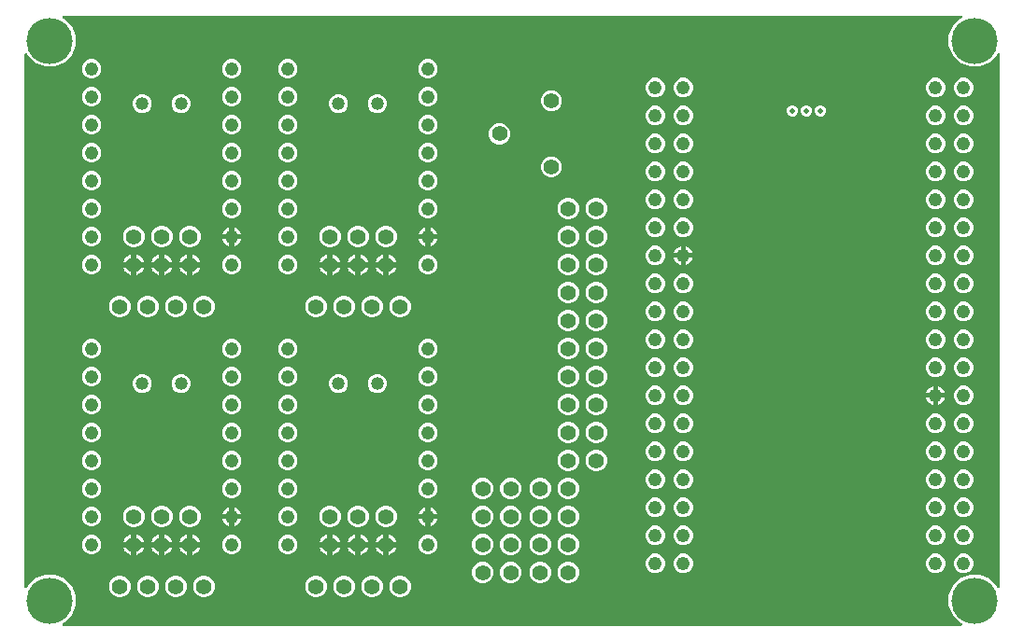
<source format=gbr>
G04 EAGLE Gerber RS-274X export*
G75*
%MOMM*%
%FSLAX34Y34*%
%LPD*%
%INCopper Layer 15*%
%IPPOS*%
%AMOC8*
5,1,8,0,0,1.08239X$1,22.5*%
G01*
%ADD10C,1.244600*%
%ADD11C,1.190000*%
%ADD12C,1.422400*%
%ADD13C,4.191000*%
%ADD14C,1.400000*%
%ADD15C,0.508000*%

G36*
X851078Y2549D02*
X851078Y2549D01*
X851148Y2548D01*
X851235Y2569D01*
X851324Y2581D01*
X851389Y2606D01*
X851457Y2623D01*
X851537Y2665D01*
X851620Y2698D01*
X851677Y2739D01*
X851738Y2771D01*
X851805Y2832D01*
X851878Y2884D01*
X851922Y2938D01*
X851974Y2985D01*
X852023Y3060D01*
X852080Y3129D01*
X852110Y3193D01*
X852148Y3251D01*
X852178Y3336D01*
X852216Y3417D01*
X852229Y3486D01*
X852252Y3552D01*
X852259Y3641D01*
X852276Y3729D01*
X852271Y3799D01*
X852277Y3869D01*
X852261Y3957D01*
X852256Y4047D01*
X852234Y4113D01*
X852222Y4182D01*
X852186Y4264D01*
X852158Y4349D01*
X852121Y4408D01*
X852092Y4472D01*
X852036Y4542D01*
X851988Y4618D01*
X851937Y4666D01*
X851893Y4720D01*
X851821Y4775D01*
X851756Y4836D01*
X851695Y4870D01*
X851639Y4912D01*
X851495Y4983D01*
X850291Y5481D01*
X843681Y12091D01*
X840104Y20726D01*
X840104Y30074D01*
X843681Y38709D01*
X850291Y45319D01*
X858926Y48896D01*
X868274Y48896D01*
X876909Y45319D01*
X883519Y38709D01*
X884017Y37505D01*
X884052Y37445D01*
X884078Y37380D01*
X884130Y37307D01*
X884175Y37229D01*
X884223Y37179D01*
X884264Y37122D01*
X884334Y37065D01*
X884396Y37001D01*
X884456Y36964D01*
X884509Y36920D01*
X884591Y36881D01*
X884667Y36834D01*
X884734Y36814D01*
X884797Y36784D01*
X884885Y36767D01*
X884971Y36741D01*
X885041Y36737D01*
X885110Y36724D01*
X885199Y36730D01*
X885289Y36726D01*
X885357Y36740D01*
X885427Y36744D01*
X885512Y36772D01*
X885600Y36790D01*
X885663Y36821D01*
X885729Y36842D01*
X885805Y36890D01*
X885886Y36930D01*
X885939Y36975D01*
X885998Y37012D01*
X886060Y37078D01*
X886128Y37136D01*
X886168Y37193D01*
X886216Y37244D01*
X886259Y37323D01*
X886311Y37396D01*
X886336Y37461D01*
X886370Y37522D01*
X886392Y37609D01*
X886424Y37693D01*
X886432Y37763D01*
X886449Y37830D01*
X886459Y37991D01*
X886459Y520809D01*
X886451Y520878D01*
X886452Y520948D01*
X886431Y521035D01*
X886419Y521124D01*
X886394Y521189D01*
X886377Y521257D01*
X886335Y521337D01*
X886302Y521420D01*
X886261Y521477D01*
X886229Y521538D01*
X886168Y521605D01*
X886116Y521678D01*
X886062Y521722D01*
X886015Y521774D01*
X885940Y521823D01*
X885871Y521880D01*
X885807Y521910D01*
X885749Y521948D01*
X885664Y521978D01*
X885583Y522016D01*
X885514Y522029D01*
X885448Y522052D01*
X885359Y522059D01*
X885271Y522076D01*
X885201Y522071D01*
X885131Y522077D01*
X885043Y522061D01*
X884953Y522056D01*
X884887Y522034D01*
X884818Y522022D01*
X884736Y521986D01*
X884651Y521958D01*
X884592Y521921D01*
X884528Y521892D01*
X884458Y521836D01*
X884382Y521788D01*
X884334Y521737D01*
X884280Y521693D01*
X884225Y521621D01*
X884164Y521556D01*
X884130Y521495D01*
X884088Y521439D01*
X884017Y521295D01*
X883519Y520091D01*
X876909Y513481D01*
X868274Y509904D01*
X858926Y509904D01*
X850291Y513481D01*
X843681Y520091D01*
X840104Y528726D01*
X840104Y538074D01*
X843681Y546709D01*
X850291Y553319D01*
X851495Y553817D01*
X851555Y553852D01*
X851620Y553878D01*
X851693Y553930D01*
X851771Y553975D01*
X851821Y554023D01*
X851878Y554064D01*
X851935Y554134D01*
X851999Y554196D01*
X852036Y554256D01*
X852080Y554309D01*
X852119Y554391D01*
X852166Y554467D01*
X852186Y554534D01*
X852216Y554597D01*
X852233Y554685D01*
X852259Y554771D01*
X852263Y554841D01*
X852276Y554910D01*
X852270Y554999D01*
X852274Y555089D01*
X852260Y555157D01*
X852256Y555227D01*
X852228Y555312D01*
X852210Y555400D01*
X852179Y555463D01*
X852158Y555529D01*
X852110Y555605D01*
X852070Y555686D01*
X852025Y555739D01*
X851988Y555798D01*
X851922Y555860D01*
X851864Y555928D01*
X851807Y555968D01*
X851756Y556016D01*
X851677Y556059D01*
X851604Y556111D01*
X851539Y556136D01*
X851478Y556170D01*
X851391Y556192D01*
X851307Y556224D01*
X851237Y556232D01*
X851170Y556249D01*
X851009Y556259D01*
X37991Y556259D01*
X37922Y556251D01*
X37852Y556252D01*
X37765Y556231D01*
X37676Y556219D01*
X37611Y556194D01*
X37543Y556177D01*
X37463Y556135D01*
X37380Y556102D01*
X37323Y556061D01*
X37262Y556029D01*
X37195Y555968D01*
X37122Y555916D01*
X37078Y555862D01*
X37026Y555815D01*
X36977Y555740D01*
X36920Y555671D01*
X36890Y555607D01*
X36852Y555549D01*
X36822Y555464D01*
X36784Y555383D01*
X36771Y555314D01*
X36748Y555248D01*
X36741Y555159D01*
X36724Y555071D01*
X36729Y555001D01*
X36723Y554931D01*
X36739Y554843D01*
X36744Y554753D01*
X36766Y554687D01*
X36778Y554618D01*
X36814Y554536D01*
X36842Y554451D01*
X36879Y554392D01*
X36908Y554328D01*
X36964Y554258D01*
X37012Y554182D01*
X37063Y554134D01*
X37107Y554080D01*
X37179Y554025D01*
X37244Y553964D01*
X37305Y553930D01*
X37361Y553888D01*
X37505Y553817D01*
X38709Y553319D01*
X45319Y546709D01*
X48896Y538074D01*
X48896Y528726D01*
X45319Y520091D01*
X38709Y513481D01*
X30074Y509904D01*
X20726Y509904D01*
X12091Y513481D01*
X5481Y520091D01*
X4983Y521295D01*
X4948Y521355D01*
X4922Y521420D01*
X4870Y521493D01*
X4825Y521571D01*
X4777Y521621D01*
X4736Y521678D01*
X4666Y521735D01*
X4604Y521799D01*
X4544Y521836D01*
X4491Y521880D01*
X4409Y521919D01*
X4333Y521966D01*
X4266Y521986D01*
X4203Y522016D01*
X4115Y522033D01*
X4029Y522059D01*
X3959Y522063D01*
X3890Y522076D01*
X3801Y522070D01*
X3711Y522074D01*
X3643Y522060D01*
X3573Y522056D01*
X3488Y522028D01*
X3400Y522010D01*
X3337Y521979D01*
X3271Y521958D01*
X3195Y521910D01*
X3114Y521870D01*
X3061Y521825D01*
X3002Y521788D01*
X2940Y521722D01*
X2872Y521664D01*
X2832Y521607D01*
X2784Y521556D01*
X2741Y521477D01*
X2689Y521404D01*
X2664Y521339D01*
X2630Y521278D01*
X2608Y521191D01*
X2576Y521107D01*
X2568Y521037D01*
X2551Y520970D01*
X2541Y520809D01*
X2541Y37991D01*
X2549Y37922D01*
X2548Y37852D01*
X2569Y37765D01*
X2581Y37676D01*
X2606Y37611D01*
X2623Y37543D01*
X2665Y37463D01*
X2698Y37380D01*
X2739Y37323D01*
X2771Y37262D01*
X2832Y37195D01*
X2884Y37122D01*
X2938Y37078D01*
X2985Y37026D01*
X3060Y36977D01*
X3129Y36920D01*
X3193Y36890D01*
X3251Y36852D01*
X3336Y36822D01*
X3417Y36784D01*
X3486Y36771D01*
X3552Y36748D01*
X3641Y36741D01*
X3729Y36724D01*
X3799Y36729D01*
X3869Y36723D01*
X3957Y36739D01*
X4047Y36744D01*
X4113Y36766D01*
X4182Y36778D01*
X4264Y36814D01*
X4349Y36842D01*
X4408Y36879D01*
X4472Y36908D01*
X4542Y36964D01*
X4618Y37012D01*
X4666Y37063D01*
X4720Y37107D01*
X4775Y37179D01*
X4836Y37244D01*
X4870Y37305D01*
X4912Y37361D01*
X4983Y37505D01*
X5481Y38709D01*
X12091Y45319D01*
X20726Y48896D01*
X30074Y48896D01*
X38709Y45319D01*
X45319Y38709D01*
X48896Y30074D01*
X48896Y20726D01*
X45319Y12091D01*
X38709Y5481D01*
X37505Y4983D01*
X37445Y4948D01*
X37380Y4922D01*
X37307Y4870D01*
X37229Y4825D01*
X37179Y4777D01*
X37122Y4736D01*
X37065Y4666D01*
X37001Y4604D01*
X36964Y4544D01*
X36920Y4491D01*
X36881Y4409D01*
X36834Y4333D01*
X36814Y4266D01*
X36784Y4203D01*
X36767Y4115D01*
X36741Y4029D01*
X36737Y3959D01*
X36724Y3890D01*
X36730Y3801D01*
X36726Y3711D01*
X36740Y3643D01*
X36744Y3573D01*
X36772Y3488D01*
X36790Y3400D01*
X36821Y3337D01*
X36842Y3271D01*
X36890Y3195D01*
X36930Y3114D01*
X36975Y3061D01*
X37012Y3002D01*
X37078Y2940D01*
X37136Y2872D01*
X37193Y2832D01*
X37244Y2784D01*
X37323Y2741D01*
X37396Y2689D01*
X37461Y2664D01*
X37522Y2630D01*
X37609Y2608D01*
X37693Y2576D01*
X37763Y2568D01*
X37830Y2551D01*
X37991Y2541D01*
X851009Y2541D01*
X851078Y2549D01*
G37*
%LPC*%
G36*
X125080Y345947D02*
X125080Y345947D01*
X121532Y347417D01*
X118817Y350132D01*
X117347Y353680D01*
X117347Y357520D01*
X118817Y361068D01*
X121532Y363783D01*
X125080Y365253D01*
X128920Y365253D01*
X132468Y363783D01*
X135183Y361068D01*
X136653Y357520D01*
X136653Y353680D01*
X135183Y350132D01*
X132468Y347417D01*
X128920Y345947D01*
X125080Y345947D01*
G37*
%LPD*%
%LPC*%
G36*
X290180Y282447D02*
X290180Y282447D01*
X286632Y283917D01*
X283917Y286632D01*
X282447Y290180D01*
X282447Y294020D01*
X283917Y297568D01*
X286632Y300283D01*
X290180Y301753D01*
X294020Y301753D01*
X297568Y300283D01*
X300283Y297568D01*
X301753Y294020D01*
X301753Y290180D01*
X300283Y286632D01*
X297568Y283917D01*
X294020Y282447D01*
X290180Y282447D01*
G37*
%LPD*%
%LPC*%
G36*
X264780Y282447D02*
X264780Y282447D01*
X261232Y283917D01*
X258517Y286632D01*
X257047Y290180D01*
X257047Y294020D01*
X258517Y297568D01*
X261232Y300283D01*
X264780Y301753D01*
X268620Y301753D01*
X272168Y300283D01*
X274883Y297568D01*
X276353Y294020D01*
X276353Y290180D01*
X274883Y286632D01*
X272168Y283917D01*
X268620Y282447D01*
X264780Y282447D01*
G37*
%LPD*%
%LPC*%
G36*
X518780Y269747D02*
X518780Y269747D01*
X515232Y271217D01*
X512517Y273932D01*
X511047Y277480D01*
X511047Y281320D01*
X512517Y284868D01*
X515232Y287583D01*
X518780Y289053D01*
X522620Y289053D01*
X526168Y287583D01*
X528883Y284868D01*
X530353Y281320D01*
X530353Y277480D01*
X528883Y273932D01*
X526168Y271217D01*
X522620Y269747D01*
X518780Y269747D01*
G37*
%LPD*%
%LPC*%
G36*
X493380Y269747D02*
X493380Y269747D01*
X489832Y271217D01*
X487117Y273932D01*
X485647Y277480D01*
X485647Y281320D01*
X487117Y284868D01*
X489832Y287583D01*
X493380Y289053D01*
X497220Y289053D01*
X500768Y287583D01*
X503483Y284868D01*
X504953Y281320D01*
X504953Y277480D01*
X503483Y273932D01*
X500768Y271217D01*
X497220Y269747D01*
X493380Y269747D01*
G37*
%LPD*%
%LPC*%
G36*
X518780Y295147D02*
X518780Y295147D01*
X515232Y296617D01*
X512517Y299332D01*
X511047Y302880D01*
X511047Y306720D01*
X512517Y310268D01*
X515232Y312983D01*
X518780Y314453D01*
X522620Y314453D01*
X526168Y312983D01*
X528883Y310268D01*
X530353Y306720D01*
X530353Y302880D01*
X528883Y299332D01*
X526168Y296617D01*
X522620Y295147D01*
X518780Y295147D01*
G37*
%LPD*%
%LPC*%
G36*
X163180Y28447D02*
X163180Y28447D01*
X159632Y29917D01*
X156917Y32632D01*
X155447Y36180D01*
X155447Y40020D01*
X156917Y43568D01*
X159632Y46283D01*
X163180Y47753D01*
X167020Y47753D01*
X170568Y46283D01*
X173283Y43568D01*
X174753Y40020D01*
X174753Y36180D01*
X173283Y32632D01*
X170568Y29917D01*
X167020Y28447D01*
X163180Y28447D01*
G37*
%LPD*%
%LPC*%
G36*
X264780Y28447D02*
X264780Y28447D01*
X261232Y29917D01*
X258517Y32632D01*
X257047Y36180D01*
X257047Y40020D01*
X258517Y43568D01*
X261232Y46283D01*
X264780Y47753D01*
X268620Y47753D01*
X272168Y46283D01*
X274883Y43568D01*
X276353Y40020D01*
X276353Y36180D01*
X274883Y32632D01*
X272168Y29917D01*
X268620Y28447D01*
X264780Y28447D01*
G37*
%LPD*%
%LPC*%
G36*
X290180Y28447D02*
X290180Y28447D01*
X286632Y29917D01*
X283917Y32632D01*
X282447Y36180D01*
X282447Y40020D01*
X283917Y43568D01*
X286632Y46283D01*
X290180Y47753D01*
X294020Y47753D01*
X297568Y46283D01*
X300283Y43568D01*
X301753Y40020D01*
X301753Y36180D01*
X300283Y32632D01*
X297568Y29917D01*
X294020Y28447D01*
X290180Y28447D01*
G37*
%LPD*%
%LPC*%
G36*
X315580Y28447D02*
X315580Y28447D01*
X312032Y29917D01*
X309317Y32632D01*
X307847Y36180D01*
X307847Y40020D01*
X309317Y43568D01*
X312032Y46283D01*
X315580Y47753D01*
X319420Y47753D01*
X322968Y46283D01*
X325683Y43568D01*
X327153Y40020D01*
X327153Y36180D01*
X325683Y32632D01*
X322968Y29917D01*
X319420Y28447D01*
X315580Y28447D01*
G37*
%LPD*%
%LPC*%
G36*
X340980Y28447D02*
X340980Y28447D01*
X337432Y29917D01*
X334717Y32632D01*
X333247Y36180D01*
X333247Y40020D01*
X334717Y43568D01*
X337432Y46283D01*
X340980Y47753D01*
X344820Y47753D01*
X348368Y46283D01*
X351083Y43568D01*
X352553Y40020D01*
X352553Y36180D01*
X351083Y32632D01*
X348368Y29917D01*
X344820Y28447D01*
X340980Y28447D01*
G37*
%LPD*%
%LPC*%
G36*
X493380Y295147D02*
X493380Y295147D01*
X489832Y296617D01*
X487117Y299332D01*
X485647Y302880D01*
X485647Y306720D01*
X487117Y310268D01*
X489832Y312983D01*
X493380Y314453D01*
X497220Y314453D01*
X500768Y312983D01*
X503483Y310268D01*
X504953Y306720D01*
X504953Y302880D01*
X503483Y299332D01*
X500768Y296617D01*
X497220Y295147D01*
X493380Y295147D01*
G37*
%LPD*%
%LPC*%
G36*
X277480Y345947D02*
X277480Y345947D01*
X273932Y347417D01*
X271217Y350132D01*
X269747Y353680D01*
X269747Y357520D01*
X271217Y361068D01*
X273932Y363783D01*
X277480Y365253D01*
X281320Y365253D01*
X284868Y363783D01*
X287583Y361068D01*
X289053Y357520D01*
X289053Y353680D01*
X287583Y350132D01*
X284868Y347417D01*
X281320Y345947D01*
X277480Y345947D01*
G37*
%LPD*%
%LPC*%
G36*
X137780Y282447D02*
X137780Y282447D01*
X134232Y283917D01*
X131517Y286632D01*
X130047Y290180D01*
X130047Y294020D01*
X131517Y297568D01*
X134232Y300283D01*
X137780Y301753D01*
X141620Y301753D01*
X145168Y300283D01*
X147883Y297568D01*
X149353Y294020D01*
X149353Y290180D01*
X147883Y286632D01*
X145168Y283917D01*
X141620Y282447D01*
X137780Y282447D01*
G37*
%LPD*%
%LPC*%
G36*
X163180Y282447D02*
X163180Y282447D01*
X159632Y283917D01*
X156917Y286632D01*
X155447Y290180D01*
X155447Y294020D01*
X156917Y297568D01*
X159632Y300283D01*
X163180Y301753D01*
X167020Y301753D01*
X170568Y300283D01*
X173283Y297568D01*
X174753Y294020D01*
X174753Y290180D01*
X173283Y286632D01*
X170568Y283917D01*
X167020Y282447D01*
X163180Y282447D01*
G37*
%LPD*%
%LPC*%
G36*
X86980Y28447D02*
X86980Y28447D01*
X83432Y29917D01*
X80717Y32632D01*
X79247Y36180D01*
X79247Y40020D01*
X80717Y43568D01*
X83432Y46283D01*
X86980Y47753D01*
X90820Y47753D01*
X94368Y46283D01*
X97083Y43568D01*
X98553Y40020D01*
X98553Y36180D01*
X97083Y32632D01*
X94368Y29917D01*
X90820Y28447D01*
X86980Y28447D01*
G37*
%LPD*%
%LPC*%
G36*
X112380Y28447D02*
X112380Y28447D01*
X108832Y29917D01*
X106117Y32632D01*
X104647Y36180D01*
X104647Y40020D01*
X106117Y43568D01*
X108832Y46283D01*
X112380Y47753D01*
X116220Y47753D01*
X119768Y46283D01*
X122483Y43568D01*
X123953Y40020D01*
X123953Y36180D01*
X122483Y32632D01*
X119768Y29917D01*
X116220Y28447D01*
X112380Y28447D01*
G37*
%LPD*%
%LPC*%
G36*
X518780Y320547D02*
X518780Y320547D01*
X515232Y322017D01*
X512517Y324732D01*
X511047Y328280D01*
X511047Y332120D01*
X512517Y335668D01*
X515232Y338383D01*
X518780Y339853D01*
X522620Y339853D01*
X526168Y338383D01*
X528883Y335668D01*
X530353Y332120D01*
X530353Y328280D01*
X528883Y324732D01*
X526168Y322017D01*
X522620Y320547D01*
X518780Y320547D01*
G37*
%LPD*%
%LPC*%
G36*
X493380Y320547D02*
X493380Y320547D01*
X489832Y322017D01*
X487117Y324732D01*
X485647Y328280D01*
X485647Y332120D01*
X487117Y335668D01*
X489832Y338383D01*
X493380Y339853D01*
X497220Y339853D01*
X500768Y338383D01*
X503483Y335668D01*
X504953Y332120D01*
X504953Y328280D01*
X503483Y324732D01*
X500768Y322017D01*
X497220Y320547D01*
X493380Y320547D01*
G37*
%LPD*%
%LPC*%
G36*
X415910Y41147D02*
X415910Y41147D01*
X412362Y42617D01*
X409647Y45332D01*
X408177Y48880D01*
X408177Y52720D01*
X409647Y56268D01*
X412362Y58983D01*
X415910Y60453D01*
X419750Y60453D01*
X423298Y58983D01*
X426013Y56268D01*
X427483Y52720D01*
X427483Y48880D01*
X426013Y45332D01*
X423298Y42617D01*
X419750Y41147D01*
X415910Y41147D01*
G37*
%LPD*%
%LPC*%
G36*
X441310Y41147D02*
X441310Y41147D01*
X437762Y42617D01*
X435047Y45332D01*
X433577Y48880D01*
X433577Y52720D01*
X435047Y56268D01*
X437762Y58983D01*
X441310Y60453D01*
X445150Y60453D01*
X448698Y58983D01*
X451413Y56268D01*
X452883Y52720D01*
X452883Y48880D01*
X451413Y45332D01*
X448698Y42617D01*
X445150Y41147D01*
X441310Y41147D01*
G37*
%LPD*%
%LPC*%
G36*
X467980Y41147D02*
X467980Y41147D01*
X464432Y42617D01*
X461717Y45332D01*
X460247Y48880D01*
X460247Y52720D01*
X461717Y56268D01*
X464432Y58983D01*
X467980Y60453D01*
X471820Y60453D01*
X475368Y58983D01*
X478083Y56268D01*
X479553Y52720D01*
X479553Y48880D01*
X478083Y45332D01*
X475368Y42617D01*
X471820Y41147D01*
X467980Y41147D01*
G37*
%LPD*%
%LPC*%
G36*
X493380Y41147D02*
X493380Y41147D01*
X489832Y42617D01*
X487117Y45332D01*
X485647Y48880D01*
X485647Y52720D01*
X487117Y56268D01*
X489832Y58983D01*
X493380Y60453D01*
X497220Y60453D01*
X500768Y58983D01*
X503483Y56268D01*
X504953Y52720D01*
X504953Y48880D01*
X503483Y45332D01*
X500768Y42617D01*
X497220Y41147D01*
X493380Y41147D01*
G37*
%LPD*%
%LPC*%
G36*
X415910Y66547D02*
X415910Y66547D01*
X412362Y68017D01*
X409647Y70732D01*
X408177Y74280D01*
X408177Y78120D01*
X409647Y81668D01*
X412362Y84383D01*
X415910Y85853D01*
X419750Y85853D01*
X423298Y84383D01*
X426013Y81668D01*
X427483Y78120D01*
X427483Y74280D01*
X426013Y70732D01*
X423298Y68017D01*
X419750Y66547D01*
X415910Y66547D01*
G37*
%LPD*%
%LPC*%
G36*
X441310Y66547D02*
X441310Y66547D01*
X437762Y68017D01*
X435047Y70732D01*
X433577Y74280D01*
X433577Y78120D01*
X435047Y81668D01*
X437762Y84383D01*
X441310Y85853D01*
X445150Y85853D01*
X448698Y84383D01*
X451413Y81668D01*
X452883Y78120D01*
X452883Y74280D01*
X451413Y70732D01*
X448698Y68017D01*
X445150Y66547D01*
X441310Y66547D01*
G37*
%LPD*%
%LPC*%
G36*
X467980Y66547D02*
X467980Y66547D01*
X464432Y68017D01*
X461717Y70732D01*
X460247Y74280D01*
X460247Y78120D01*
X461717Y81668D01*
X464432Y84383D01*
X467980Y85853D01*
X471820Y85853D01*
X475368Y84383D01*
X478083Y81668D01*
X479553Y78120D01*
X479553Y74280D01*
X478083Y70732D01*
X475368Y68017D01*
X471820Y66547D01*
X467980Y66547D01*
G37*
%LPD*%
%LPC*%
G36*
X493380Y66547D02*
X493380Y66547D01*
X489832Y68017D01*
X487117Y70732D01*
X485647Y74280D01*
X485647Y78120D01*
X487117Y81668D01*
X489832Y84383D01*
X493380Y85853D01*
X497220Y85853D01*
X500768Y84383D01*
X503483Y81668D01*
X504953Y78120D01*
X504953Y74280D01*
X503483Y70732D01*
X500768Y68017D01*
X497220Y66547D01*
X493380Y66547D01*
G37*
%LPD*%
%LPC*%
G36*
X99680Y91947D02*
X99680Y91947D01*
X96132Y93417D01*
X93417Y96132D01*
X91947Y99680D01*
X91947Y103520D01*
X93417Y107068D01*
X96132Y109783D01*
X99680Y111253D01*
X103520Y111253D01*
X107068Y109783D01*
X109783Y107068D01*
X111253Y103520D01*
X111253Y99680D01*
X109783Y96132D01*
X107068Y93417D01*
X103520Y91947D01*
X99680Y91947D01*
G37*
%LPD*%
%LPC*%
G36*
X150480Y345947D02*
X150480Y345947D01*
X146932Y347417D01*
X144217Y350132D01*
X142747Y353680D01*
X142747Y357520D01*
X144217Y361068D01*
X146932Y363783D01*
X150480Y365253D01*
X154320Y365253D01*
X157868Y363783D01*
X160583Y361068D01*
X162053Y357520D01*
X162053Y353680D01*
X160583Y350132D01*
X157868Y347417D01*
X154320Y345947D01*
X150480Y345947D01*
G37*
%LPD*%
%LPC*%
G36*
X125080Y91947D02*
X125080Y91947D01*
X121532Y93417D01*
X118817Y96132D01*
X117347Y99680D01*
X117347Y103520D01*
X118817Y107068D01*
X121532Y109783D01*
X125080Y111253D01*
X128920Y111253D01*
X132468Y109783D01*
X135183Y107068D01*
X136653Y103520D01*
X136653Y99680D01*
X135183Y96132D01*
X132468Y93417D01*
X128920Y91947D01*
X125080Y91947D01*
G37*
%LPD*%
%LPC*%
G36*
X150480Y91947D02*
X150480Y91947D01*
X146932Y93417D01*
X144217Y96132D01*
X142747Y99680D01*
X142747Y103520D01*
X144217Y107068D01*
X146932Y109783D01*
X150480Y111253D01*
X154320Y111253D01*
X157868Y109783D01*
X160583Y107068D01*
X162053Y103520D01*
X162053Y99680D01*
X160583Y96132D01*
X157868Y93417D01*
X154320Y91947D01*
X150480Y91947D01*
G37*
%LPD*%
%LPC*%
G36*
X277480Y91947D02*
X277480Y91947D01*
X273932Y93417D01*
X271217Y96132D01*
X269747Y99680D01*
X269747Y103520D01*
X271217Y107068D01*
X273932Y109783D01*
X277480Y111253D01*
X281320Y111253D01*
X284868Y109783D01*
X287583Y107068D01*
X289053Y103520D01*
X289053Y99680D01*
X287583Y96132D01*
X284868Y93417D01*
X281320Y91947D01*
X277480Y91947D01*
G37*
%LPD*%
%LPC*%
G36*
X86980Y282447D02*
X86980Y282447D01*
X83432Y283917D01*
X80717Y286632D01*
X79247Y290180D01*
X79247Y294020D01*
X80717Y297568D01*
X83432Y300283D01*
X86980Y301753D01*
X90820Y301753D01*
X94368Y300283D01*
X97083Y297568D01*
X98553Y294020D01*
X98553Y290180D01*
X97083Y286632D01*
X94368Y283917D01*
X90820Y282447D01*
X86980Y282447D01*
G37*
%LPD*%
%LPC*%
G36*
X112380Y282447D02*
X112380Y282447D01*
X108832Y283917D01*
X106117Y286632D01*
X104647Y290180D01*
X104647Y294020D01*
X106117Y297568D01*
X108832Y300283D01*
X112380Y301753D01*
X116220Y301753D01*
X119768Y300283D01*
X122483Y297568D01*
X123953Y294020D01*
X123953Y290180D01*
X122483Y286632D01*
X119768Y283917D01*
X116220Y282447D01*
X112380Y282447D01*
G37*
%LPD*%
%LPC*%
G36*
X340980Y282447D02*
X340980Y282447D01*
X337432Y283917D01*
X334717Y286632D01*
X333247Y290180D01*
X333247Y294020D01*
X334717Y297568D01*
X337432Y300283D01*
X340980Y301753D01*
X344820Y301753D01*
X348368Y300283D01*
X351083Y297568D01*
X352553Y294020D01*
X352553Y290180D01*
X351083Y286632D01*
X348368Y283917D01*
X344820Y282447D01*
X340980Y282447D01*
G37*
%LPD*%
%LPC*%
G36*
X137780Y28447D02*
X137780Y28447D01*
X134232Y29917D01*
X131517Y32632D01*
X130047Y36180D01*
X130047Y40020D01*
X131517Y43568D01*
X134232Y46283D01*
X137780Y47753D01*
X141620Y47753D01*
X145168Y46283D01*
X147883Y43568D01*
X149353Y40020D01*
X149353Y36180D01*
X147883Y32632D01*
X145168Y29917D01*
X141620Y28447D01*
X137780Y28447D01*
G37*
%LPD*%
%LPC*%
G36*
X315580Y282447D02*
X315580Y282447D01*
X312032Y283917D01*
X309317Y286632D01*
X307847Y290180D01*
X307847Y294020D01*
X309317Y297568D01*
X312032Y300283D01*
X315580Y301753D01*
X319420Y301753D01*
X322968Y300283D01*
X325683Y297568D01*
X327153Y294020D01*
X327153Y290180D01*
X325683Y286632D01*
X322968Y283917D01*
X319420Y282447D01*
X315580Y282447D01*
G37*
%LPD*%
%LPC*%
G36*
X302880Y91947D02*
X302880Y91947D01*
X299332Y93417D01*
X296617Y96132D01*
X295147Y99680D01*
X295147Y103520D01*
X296617Y107068D01*
X299332Y109783D01*
X302880Y111253D01*
X306720Y111253D01*
X310268Y109783D01*
X312983Y107068D01*
X314453Y103520D01*
X314453Y99680D01*
X312983Y96132D01*
X310268Y93417D01*
X306720Y91947D01*
X302880Y91947D01*
G37*
%LPD*%
%LPC*%
G36*
X328280Y91947D02*
X328280Y91947D01*
X324732Y93417D01*
X322017Y96132D01*
X320547Y99680D01*
X320547Y103520D01*
X322017Y107068D01*
X324732Y109783D01*
X328280Y111253D01*
X332120Y111253D01*
X335668Y109783D01*
X338383Y107068D01*
X339853Y103520D01*
X339853Y99680D01*
X338383Y96132D01*
X335668Y93417D01*
X332120Y91947D01*
X328280Y91947D01*
G37*
%LPD*%
%LPC*%
G36*
X415910Y91947D02*
X415910Y91947D01*
X412362Y93417D01*
X409647Y96132D01*
X408177Y99680D01*
X408177Y103520D01*
X409647Y107068D01*
X412362Y109783D01*
X415910Y111253D01*
X419750Y111253D01*
X423298Y109783D01*
X426013Y107068D01*
X427483Y103520D01*
X427483Y99680D01*
X426013Y96132D01*
X423298Y93417D01*
X419750Y91947D01*
X415910Y91947D01*
G37*
%LPD*%
%LPC*%
G36*
X441310Y91947D02*
X441310Y91947D01*
X437762Y93417D01*
X435047Y96132D01*
X433577Y99680D01*
X433577Y103520D01*
X435047Y107068D01*
X437762Y109783D01*
X441310Y111253D01*
X445150Y111253D01*
X448698Y109783D01*
X451413Y107068D01*
X452883Y103520D01*
X452883Y99680D01*
X451413Y96132D01*
X448698Y93417D01*
X445150Y91947D01*
X441310Y91947D01*
G37*
%LPD*%
%LPC*%
G36*
X467980Y91947D02*
X467980Y91947D01*
X464432Y93417D01*
X461717Y96132D01*
X460247Y99680D01*
X460247Y103520D01*
X461717Y107068D01*
X464432Y109783D01*
X467980Y111253D01*
X471820Y111253D01*
X475368Y109783D01*
X478083Y107068D01*
X479553Y103520D01*
X479553Y99680D01*
X478083Y96132D01*
X475368Y93417D01*
X471820Y91947D01*
X467980Y91947D01*
G37*
%LPD*%
%LPC*%
G36*
X493380Y91947D02*
X493380Y91947D01*
X489832Y93417D01*
X487117Y96132D01*
X485647Y99680D01*
X485647Y103520D01*
X487117Y107068D01*
X489832Y109783D01*
X493380Y111253D01*
X497220Y111253D01*
X500768Y109783D01*
X503483Y107068D01*
X504953Y103520D01*
X504953Y99680D01*
X503483Y96132D01*
X500768Y93417D01*
X497220Y91947D01*
X493380Y91947D01*
G37*
%LPD*%
%LPC*%
G36*
X415910Y117347D02*
X415910Y117347D01*
X412362Y118817D01*
X409647Y121532D01*
X408177Y125080D01*
X408177Y128920D01*
X409647Y132468D01*
X412362Y135183D01*
X415910Y136653D01*
X419750Y136653D01*
X423298Y135183D01*
X426013Y132468D01*
X427483Y128920D01*
X427483Y125080D01*
X426013Y121532D01*
X423298Y118817D01*
X419750Y117347D01*
X415910Y117347D01*
G37*
%LPD*%
%LPC*%
G36*
X441310Y117347D02*
X441310Y117347D01*
X437762Y118817D01*
X435047Y121532D01*
X433577Y125080D01*
X433577Y128920D01*
X435047Y132468D01*
X437762Y135183D01*
X441310Y136653D01*
X445150Y136653D01*
X448698Y135183D01*
X451413Y132468D01*
X452883Y128920D01*
X452883Y125080D01*
X451413Y121532D01*
X448698Y118817D01*
X445150Y117347D01*
X441310Y117347D01*
G37*
%LPD*%
%LPC*%
G36*
X518780Y244347D02*
X518780Y244347D01*
X515232Y245817D01*
X512517Y248532D01*
X511047Y252080D01*
X511047Y255920D01*
X512517Y259468D01*
X515232Y262183D01*
X518780Y263653D01*
X522620Y263653D01*
X526168Y262183D01*
X528883Y259468D01*
X530353Y255920D01*
X530353Y252080D01*
X528883Y248532D01*
X526168Y245817D01*
X522620Y244347D01*
X518780Y244347D01*
G37*
%LPD*%
%LPC*%
G36*
X467980Y117347D02*
X467980Y117347D01*
X464432Y118817D01*
X461717Y121532D01*
X460247Y125080D01*
X460247Y128920D01*
X461717Y132468D01*
X464432Y135183D01*
X467980Y136653D01*
X471820Y136653D01*
X475368Y135183D01*
X478083Y132468D01*
X479553Y128920D01*
X479553Y125080D01*
X478083Y121532D01*
X475368Y118817D01*
X471820Y117347D01*
X467980Y117347D01*
G37*
%LPD*%
%LPC*%
G36*
X493380Y117347D02*
X493380Y117347D01*
X489832Y118817D01*
X487117Y121532D01*
X485647Y125080D01*
X485647Y128920D01*
X487117Y132468D01*
X489832Y135183D01*
X493380Y136653D01*
X497220Y136653D01*
X500768Y135183D01*
X503483Y132468D01*
X504953Y128920D01*
X504953Y125080D01*
X503483Y121532D01*
X500768Y118817D01*
X497220Y117347D01*
X493380Y117347D01*
G37*
%LPD*%
%LPC*%
G36*
X493380Y142747D02*
X493380Y142747D01*
X489832Y144217D01*
X487117Y146932D01*
X485647Y150480D01*
X485647Y154320D01*
X487117Y157868D01*
X489832Y160583D01*
X493380Y162053D01*
X497220Y162053D01*
X500768Y160583D01*
X503483Y157868D01*
X504953Y154320D01*
X504953Y150480D01*
X503483Y146932D01*
X500768Y144217D01*
X497220Y142747D01*
X493380Y142747D01*
G37*
%LPD*%
%LPC*%
G36*
X518780Y371347D02*
X518780Y371347D01*
X515232Y372817D01*
X512517Y375532D01*
X511047Y379080D01*
X511047Y382920D01*
X512517Y386468D01*
X515232Y389183D01*
X518780Y390653D01*
X522620Y390653D01*
X526168Y389183D01*
X528883Y386468D01*
X530353Y382920D01*
X530353Y379080D01*
X528883Y375532D01*
X526168Y372817D01*
X522620Y371347D01*
X518780Y371347D01*
G37*
%LPD*%
%LPC*%
G36*
X493380Y371347D02*
X493380Y371347D01*
X489832Y372817D01*
X487117Y375532D01*
X485647Y379080D01*
X485647Y382920D01*
X487117Y386468D01*
X489832Y389183D01*
X493380Y390653D01*
X497220Y390653D01*
X500768Y389183D01*
X503483Y386468D01*
X504953Y382920D01*
X504953Y379080D01*
X503483Y375532D01*
X500768Y372817D01*
X497220Y371347D01*
X493380Y371347D01*
G37*
%LPD*%
%LPC*%
G36*
X518780Y142747D02*
X518780Y142747D01*
X515232Y144217D01*
X512517Y146932D01*
X511047Y150480D01*
X511047Y154320D01*
X512517Y157868D01*
X515232Y160583D01*
X518780Y162053D01*
X522620Y162053D01*
X526168Y160583D01*
X528883Y157868D01*
X530353Y154320D01*
X530353Y150480D01*
X528883Y146932D01*
X526168Y144217D01*
X522620Y142747D01*
X518780Y142747D01*
G37*
%LPD*%
%LPC*%
G36*
X493380Y168147D02*
X493380Y168147D01*
X489832Y169617D01*
X487117Y172332D01*
X485647Y175880D01*
X485647Y179720D01*
X487117Y183268D01*
X489832Y185983D01*
X493380Y187453D01*
X497220Y187453D01*
X500768Y185983D01*
X503483Y183268D01*
X504953Y179720D01*
X504953Y175880D01*
X503483Y172332D01*
X500768Y169617D01*
X497220Y168147D01*
X493380Y168147D01*
G37*
%LPD*%
%LPC*%
G36*
X518780Y168147D02*
X518780Y168147D01*
X515232Y169617D01*
X512517Y172332D01*
X511047Y175880D01*
X511047Y179720D01*
X512517Y183268D01*
X515232Y185983D01*
X518780Y187453D01*
X522620Y187453D01*
X526168Y185983D01*
X528883Y183268D01*
X530353Y179720D01*
X530353Y175880D01*
X528883Y172332D01*
X526168Y169617D01*
X522620Y168147D01*
X518780Y168147D01*
G37*
%LPD*%
%LPC*%
G36*
X493380Y193547D02*
X493380Y193547D01*
X489832Y195017D01*
X487117Y197732D01*
X485647Y201280D01*
X485647Y205120D01*
X487117Y208668D01*
X489832Y211383D01*
X493380Y212853D01*
X497220Y212853D01*
X500768Y211383D01*
X503483Y208668D01*
X504953Y205120D01*
X504953Y201280D01*
X503483Y197732D01*
X500768Y195017D01*
X497220Y193547D01*
X493380Y193547D01*
G37*
%LPD*%
%LPC*%
G36*
X518780Y193547D02*
X518780Y193547D01*
X515232Y195017D01*
X512517Y197732D01*
X511047Y201280D01*
X511047Y205120D01*
X512517Y208668D01*
X515232Y211383D01*
X518780Y212853D01*
X522620Y212853D01*
X526168Y211383D01*
X528883Y208668D01*
X530353Y205120D01*
X530353Y201280D01*
X528883Y197732D01*
X526168Y195017D01*
X522620Y193547D01*
X518780Y193547D01*
G37*
%LPD*%
%LPC*%
G36*
X493380Y218947D02*
X493380Y218947D01*
X489832Y220417D01*
X487117Y223132D01*
X485647Y226680D01*
X485647Y230520D01*
X487117Y234068D01*
X489832Y236783D01*
X493380Y238253D01*
X497220Y238253D01*
X500768Y236783D01*
X503483Y234068D01*
X504953Y230520D01*
X504953Y226680D01*
X503483Y223132D01*
X500768Y220417D01*
X497220Y218947D01*
X493380Y218947D01*
G37*
%LPD*%
%LPC*%
G36*
X518780Y218947D02*
X518780Y218947D01*
X515232Y220417D01*
X512517Y223132D01*
X511047Y226680D01*
X511047Y230520D01*
X512517Y234068D01*
X515232Y236783D01*
X518780Y238253D01*
X522620Y238253D01*
X526168Y236783D01*
X528883Y234068D01*
X530353Y230520D01*
X530353Y226680D01*
X528883Y223132D01*
X526168Y220417D01*
X522620Y218947D01*
X518780Y218947D01*
G37*
%LPD*%
%LPC*%
G36*
X493380Y244347D02*
X493380Y244347D01*
X489832Y245817D01*
X487117Y248532D01*
X485647Y252080D01*
X485647Y255920D01*
X487117Y259468D01*
X489832Y262183D01*
X493380Y263653D01*
X497220Y263653D01*
X500768Y262183D01*
X503483Y259468D01*
X504953Y255920D01*
X504953Y252080D01*
X503483Y248532D01*
X500768Y245817D01*
X497220Y244347D01*
X493380Y244347D01*
G37*
%LPD*%
%LPC*%
G36*
X302880Y345947D02*
X302880Y345947D01*
X299332Y347417D01*
X296617Y350132D01*
X295147Y353680D01*
X295147Y357520D01*
X296617Y361068D01*
X299332Y363783D01*
X302880Y365253D01*
X306720Y365253D01*
X310268Y363783D01*
X312983Y361068D01*
X314453Y357520D01*
X314453Y353680D01*
X312983Y350132D01*
X310268Y347417D01*
X306720Y345947D01*
X302880Y345947D01*
G37*
%LPD*%
%LPC*%
G36*
X518780Y345947D02*
X518780Y345947D01*
X515232Y347417D01*
X512517Y350132D01*
X511047Y353680D01*
X511047Y357520D01*
X512517Y361068D01*
X515232Y363783D01*
X518780Y365253D01*
X522620Y365253D01*
X526168Y363783D01*
X528883Y361068D01*
X530353Y357520D01*
X530353Y353680D01*
X528883Y350132D01*
X526168Y347417D01*
X522620Y345947D01*
X518780Y345947D01*
G37*
%LPD*%
%LPC*%
G36*
X493380Y345947D02*
X493380Y345947D01*
X489832Y347417D01*
X487117Y350132D01*
X485647Y353680D01*
X485647Y357520D01*
X487117Y361068D01*
X489832Y363783D01*
X493380Y365253D01*
X497220Y365253D01*
X500768Y363783D01*
X503483Y361068D01*
X504953Y357520D01*
X504953Y353680D01*
X503483Y350132D01*
X500768Y347417D01*
X497220Y345947D01*
X493380Y345947D01*
G37*
%LPD*%
%LPC*%
G36*
X328280Y345947D02*
X328280Y345947D01*
X324732Y347417D01*
X322017Y350132D01*
X320547Y353680D01*
X320547Y357520D01*
X322017Y361068D01*
X324732Y363783D01*
X328280Y365253D01*
X332120Y365253D01*
X335668Y363783D01*
X338383Y361068D01*
X339853Y357520D01*
X339853Y353680D01*
X338383Y350132D01*
X335668Y347417D01*
X332120Y345947D01*
X328280Y345947D01*
G37*
%LPD*%
%LPC*%
G36*
X99680Y345947D02*
X99680Y345947D01*
X96132Y347417D01*
X93417Y350132D01*
X91947Y353680D01*
X91947Y357520D01*
X93417Y361068D01*
X96132Y363783D01*
X99680Y365253D01*
X103520Y365253D01*
X107068Y363783D01*
X109783Y361068D01*
X111253Y357520D01*
X111253Y353680D01*
X109783Y350132D01*
X107068Y347417D01*
X103520Y345947D01*
X99680Y345947D01*
G37*
%LPD*%
%LPC*%
G36*
X478162Y469329D02*
X478162Y469329D01*
X474656Y470782D01*
X471972Y473466D01*
X470519Y476972D01*
X470519Y480768D01*
X471972Y484274D01*
X474656Y486958D01*
X478162Y488411D01*
X481958Y488411D01*
X485464Y486958D01*
X488148Y484274D01*
X489601Y480768D01*
X489601Y476972D01*
X488148Y473466D01*
X485464Y470782D01*
X481958Y469329D01*
X478162Y469329D01*
G37*
%LPD*%
%LPC*%
G36*
X431162Y439329D02*
X431162Y439329D01*
X427656Y440782D01*
X424972Y443466D01*
X423519Y446972D01*
X423519Y450768D01*
X424972Y454274D01*
X427656Y456958D01*
X431162Y458411D01*
X434958Y458411D01*
X438464Y456958D01*
X441148Y454274D01*
X442601Y450768D01*
X442601Y446972D01*
X441148Y443466D01*
X438464Y440782D01*
X434958Y439329D01*
X431162Y439329D01*
G37*
%LPD*%
%LPC*%
G36*
X478162Y409329D02*
X478162Y409329D01*
X474656Y410782D01*
X471972Y413466D01*
X470519Y416972D01*
X470519Y420768D01*
X471972Y424274D01*
X474656Y426958D01*
X478162Y428411D01*
X481958Y428411D01*
X485464Y426958D01*
X488148Y424274D01*
X489601Y420768D01*
X489601Y416972D01*
X488148Y413466D01*
X485464Y410782D01*
X481958Y409329D01*
X478162Y409329D01*
G37*
%LPD*%
%LPC*%
G36*
X366557Y499236D02*
X366557Y499236D01*
X363336Y500570D01*
X360870Y503036D01*
X359536Y506257D01*
X359536Y509743D01*
X360870Y512964D01*
X363336Y515430D01*
X366557Y516764D01*
X370043Y516764D01*
X373264Y515430D01*
X375730Y512964D01*
X377064Y509743D01*
X377064Y506257D01*
X375730Y503036D01*
X373264Y500570D01*
X370043Y499236D01*
X366557Y499236D01*
G37*
%LPD*%
%LPC*%
G36*
X239557Y499236D02*
X239557Y499236D01*
X236336Y500570D01*
X233870Y503036D01*
X232536Y506257D01*
X232536Y509743D01*
X233870Y512964D01*
X236336Y515430D01*
X239557Y516764D01*
X243043Y516764D01*
X246264Y515430D01*
X248730Y512964D01*
X250064Y509743D01*
X250064Y506257D01*
X248730Y503036D01*
X246264Y500570D01*
X243043Y499236D01*
X239557Y499236D01*
G37*
%LPD*%
%LPC*%
G36*
X188757Y499236D02*
X188757Y499236D01*
X185536Y500570D01*
X183070Y503036D01*
X181736Y506257D01*
X181736Y509743D01*
X183070Y512964D01*
X185536Y515430D01*
X188757Y516764D01*
X192243Y516764D01*
X195464Y515430D01*
X197930Y512964D01*
X199264Y509743D01*
X199264Y506257D01*
X197930Y503036D01*
X195464Y500570D01*
X192243Y499236D01*
X188757Y499236D01*
G37*
%LPD*%
%LPC*%
G36*
X61757Y499236D02*
X61757Y499236D01*
X58536Y500570D01*
X56070Y503036D01*
X54736Y506257D01*
X54736Y509743D01*
X56070Y512964D01*
X58536Y515430D01*
X61757Y516764D01*
X65243Y516764D01*
X68464Y515430D01*
X70930Y512964D01*
X72264Y509743D01*
X72264Y506257D01*
X70930Y503036D01*
X68464Y500570D01*
X65243Y499236D01*
X61757Y499236D01*
G37*
%LPD*%
%LPC*%
G36*
X597957Y482136D02*
X597957Y482136D01*
X594736Y483470D01*
X592270Y485936D01*
X590936Y489157D01*
X590936Y492643D01*
X592270Y495864D01*
X594736Y498330D01*
X597957Y499664D01*
X601443Y499664D01*
X604664Y498330D01*
X607130Y495864D01*
X608464Y492643D01*
X608464Y489157D01*
X607130Y485936D01*
X604664Y483470D01*
X601443Y482136D01*
X597957Y482136D01*
G37*
%LPD*%
%LPC*%
G36*
X572557Y482136D02*
X572557Y482136D01*
X569336Y483470D01*
X566870Y485936D01*
X565536Y489157D01*
X565536Y492643D01*
X566870Y495864D01*
X569336Y498330D01*
X572557Y499664D01*
X576043Y499664D01*
X579264Y498330D01*
X581730Y495864D01*
X583064Y492643D01*
X583064Y489157D01*
X581730Y485936D01*
X579264Y483470D01*
X576043Y482136D01*
X572557Y482136D01*
G37*
%LPD*%
%LPC*%
G36*
X851957Y482136D02*
X851957Y482136D01*
X848736Y483470D01*
X846270Y485936D01*
X844936Y489157D01*
X844936Y492643D01*
X846270Y495864D01*
X848736Y498330D01*
X851957Y499664D01*
X855443Y499664D01*
X858664Y498330D01*
X861130Y495864D01*
X862464Y492643D01*
X862464Y489157D01*
X861130Y485936D01*
X858664Y483470D01*
X855443Y482136D01*
X851957Y482136D01*
G37*
%LPD*%
%LPC*%
G36*
X826557Y482136D02*
X826557Y482136D01*
X823336Y483470D01*
X820870Y485936D01*
X819536Y489157D01*
X819536Y492643D01*
X820870Y495864D01*
X823336Y498330D01*
X826557Y499664D01*
X830043Y499664D01*
X833264Y498330D01*
X835730Y495864D01*
X837064Y492643D01*
X837064Y489157D01*
X835730Y485936D01*
X833264Y483470D01*
X830043Y482136D01*
X826557Y482136D01*
G37*
%LPD*%
%LPC*%
G36*
X366557Y473836D02*
X366557Y473836D01*
X363336Y475170D01*
X360870Y477636D01*
X359536Y480857D01*
X359536Y484343D01*
X360870Y487564D01*
X363336Y490030D01*
X366557Y491364D01*
X370043Y491364D01*
X373264Y490030D01*
X375730Y487564D01*
X377064Y484343D01*
X377064Y480857D01*
X375730Y477636D01*
X373264Y475170D01*
X370043Y473836D01*
X366557Y473836D01*
G37*
%LPD*%
%LPC*%
G36*
X239557Y473836D02*
X239557Y473836D01*
X236336Y475170D01*
X233870Y477636D01*
X232536Y480857D01*
X232536Y484343D01*
X233870Y487564D01*
X236336Y490030D01*
X239557Y491364D01*
X243043Y491364D01*
X246264Y490030D01*
X248730Y487564D01*
X250064Y484343D01*
X250064Y480857D01*
X248730Y477636D01*
X246264Y475170D01*
X243043Y473836D01*
X239557Y473836D01*
G37*
%LPD*%
%LPC*%
G36*
X188757Y473836D02*
X188757Y473836D01*
X185536Y475170D01*
X183070Y477636D01*
X181736Y480857D01*
X181736Y484343D01*
X183070Y487564D01*
X185536Y490030D01*
X188757Y491364D01*
X192243Y491364D01*
X195464Y490030D01*
X197930Y487564D01*
X199264Y484343D01*
X199264Y480857D01*
X197930Y477636D01*
X195464Y475170D01*
X192243Y473836D01*
X188757Y473836D01*
G37*
%LPD*%
%LPC*%
G36*
X61757Y473836D02*
X61757Y473836D01*
X58536Y475170D01*
X56070Y477636D01*
X54736Y480857D01*
X54736Y484343D01*
X56070Y487564D01*
X58536Y490030D01*
X61757Y491364D01*
X65243Y491364D01*
X68464Y490030D01*
X70930Y487564D01*
X72264Y484343D01*
X72264Y480857D01*
X70930Y477636D01*
X68464Y475170D01*
X65243Y473836D01*
X61757Y473836D01*
G37*
%LPD*%
%LPC*%
G36*
X826557Y75736D02*
X826557Y75736D01*
X823336Y77070D01*
X820870Y79536D01*
X819536Y82757D01*
X819536Y86243D01*
X820870Y89464D01*
X823336Y91930D01*
X826557Y93264D01*
X830043Y93264D01*
X833264Y91930D01*
X835730Y89464D01*
X837064Y86243D01*
X837064Y82757D01*
X835730Y79536D01*
X833264Y77070D01*
X830043Y75736D01*
X826557Y75736D01*
G37*
%LPD*%
%LPC*%
G36*
X188757Y67436D02*
X188757Y67436D01*
X185536Y68770D01*
X183070Y71236D01*
X181736Y74457D01*
X181736Y77943D01*
X183070Y81164D01*
X185536Y83630D01*
X188757Y84964D01*
X192243Y84964D01*
X195464Y83630D01*
X197930Y81164D01*
X199264Y77943D01*
X199264Y74457D01*
X197930Y71236D01*
X195464Y68770D01*
X192243Y67436D01*
X188757Y67436D01*
G37*
%LPD*%
%LPC*%
G36*
X572557Y177336D02*
X572557Y177336D01*
X569336Y178670D01*
X566870Y181136D01*
X565536Y184357D01*
X565536Y187843D01*
X566870Y191064D01*
X569336Y193530D01*
X572557Y194864D01*
X576043Y194864D01*
X579264Y193530D01*
X581730Y191064D01*
X583064Y187843D01*
X583064Y184357D01*
X581730Y181136D01*
X579264Y178670D01*
X576043Y177336D01*
X572557Y177336D01*
G37*
%LPD*%
%LPC*%
G36*
X366557Y67436D02*
X366557Y67436D01*
X363336Y68770D01*
X360870Y71236D01*
X359536Y74457D01*
X359536Y77943D01*
X360870Y81164D01*
X363336Y83630D01*
X366557Y84964D01*
X370043Y84964D01*
X373264Y83630D01*
X375730Y81164D01*
X377064Y77943D01*
X377064Y74457D01*
X375730Y71236D01*
X373264Y68770D01*
X370043Y67436D01*
X366557Y67436D01*
G37*
%LPD*%
%LPC*%
G36*
X239557Y67436D02*
X239557Y67436D01*
X236336Y68770D01*
X233870Y71236D01*
X232536Y74457D01*
X232536Y77943D01*
X233870Y81164D01*
X236336Y83630D01*
X239557Y84964D01*
X243043Y84964D01*
X246264Y83630D01*
X248730Y81164D01*
X250064Y77943D01*
X250064Y74457D01*
X248730Y71236D01*
X246264Y68770D01*
X243043Y67436D01*
X239557Y67436D01*
G37*
%LPD*%
%LPC*%
G36*
X851957Y50336D02*
X851957Y50336D01*
X848736Y51670D01*
X846270Y54136D01*
X844936Y57357D01*
X844936Y60843D01*
X846270Y64064D01*
X848736Y66530D01*
X851957Y67864D01*
X855443Y67864D01*
X858664Y66530D01*
X861130Y64064D01*
X862464Y60843D01*
X862464Y57357D01*
X861130Y54136D01*
X858664Y51670D01*
X855443Y50336D01*
X851957Y50336D01*
G37*
%LPD*%
%LPC*%
G36*
X826557Y50336D02*
X826557Y50336D01*
X823336Y51670D01*
X820870Y54136D01*
X819536Y57357D01*
X819536Y60843D01*
X820870Y64064D01*
X823336Y66530D01*
X826557Y67864D01*
X830043Y67864D01*
X833264Y66530D01*
X835730Y64064D01*
X837064Y60843D01*
X837064Y57357D01*
X835730Y54136D01*
X833264Y51670D01*
X830043Y50336D01*
X826557Y50336D01*
G37*
%LPD*%
%LPC*%
G36*
X597957Y456736D02*
X597957Y456736D01*
X594736Y458070D01*
X592270Y460536D01*
X590936Y463757D01*
X590936Y467243D01*
X592270Y470464D01*
X594736Y472930D01*
X597957Y474264D01*
X601443Y474264D01*
X604664Y472930D01*
X607130Y470464D01*
X608464Y467243D01*
X608464Y463757D01*
X607130Y460536D01*
X604664Y458070D01*
X601443Y456736D01*
X597957Y456736D01*
G37*
%LPD*%
%LPC*%
G36*
X572557Y456736D02*
X572557Y456736D01*
X569336Y458070D01*
X566870Y460536D01*
X565536Y463757D01*
X565536Y467243D01*
X566870Y470464D01*
X569336Y472930D01*
X572557Y474264D01*
X576043Y474264D01*
X579264Y472930D01*
X581730Y470464D01*
X583064Y467243D01*
X583064Y463757D01*
X581730Y460536D01*
X579264Y458070D01*
X576043Y456736D01*
X572557Y456736D01*
G37*
%LPD*%
%LPC*%
G36*
X851957Y456736D02*
X851957Y456736D01*
X848736Y458070D01*
X846270Y460536D01*
X844936Y463757D01*
X844936Y467243D01*
X846270Y470464D01*
X848736Y472930D01*
X851957Y474264D01*
X855443Y474264D01*
X858664Y472930D01*
X861130Y470464D01*
X862464Y467243D01*
X862464Y463757D01*
X861130Y460536D01*
X858664Y458070D01*
X855443Y456736D01*
X851957Y456736D01*
G37*
%LPD*%
%LPC*%
G36*
X826557Y456736D02*
X826557Y456736D01*
X823336Y458070D01*
X820870Y460536D01*
X819536Y463757D01*
X819536Y467243D01*
X820870Y470464D01*
X823336Y472930D01*
X826557Y474264D01*
X830043Y474264D01*
X833264Y472930D01*
X835730Y470464D01*
X837064Y467243D01*
X837064Y463757D01*
X835730Y460536D01*
X833264Y458070D01*
X830043Y456736D01*
X826557Y456736D01*
G37*
%LPD*%
%LPC*%
G36*
X239557Y448436D02*
X239557Y448436D01*
X236336Y449770D01*
X233870Y452236D01*
X232536Y455457D01*
X232536Y458943D01*
X233870Y462164D01*
X236336Y464630D01*
X239557Y465964D01*
X243043Y465964D01*
X246264Y464630D01*
X248730Y462164D01*
X250064Y458943D01*
X250064Y455457D01*
X248730Y452236D01*
X246264Y449770D01*
X243043Y448436D01*
X239557Y448436D01*
G37*
%LPD*%
%LPC*%
G36*
X188757Y448436D02*
X188757Y448436D01*
X185536Y449770D01*
X183070Y452236D01*
X181736Y455457D01*
X181736Y458943D01*
X183070Y462164D01*
X185536Y464630D01*
X188757Y465964D01*
X192243Y465964D01*
X195464Y464630D01*
X197930Y462164D01*
X199264Y458943D01*
X199264Y455457D01*
X197930Y452236D01*
X195464Y449770D01*
X192243Y448436D01*
X188757Y448436D01*
G37*
%LPD*%
%LPC*%
G36*
X366557Y448436D02*
X366557Y448436D01*
X363336Y449770D01*
X360870Y452236D01*
X359536Y455457D01*
X359536Y458943D01*
X360870Y462164D01*
X363336Y464630D01*
X366557Y465964D01*
X370043Y465964D01*
X373264Y464630D01*
X375730Y462164D01*
X377064Y458943D01*
X377064Y455457D01*
X375730Y452236D01*
X373264Y449770D01*
X370043Y448436D01*
X366557Y448436D01*
G37*
%LPD*%
%LPC*%
G36*
X61757Y448436D02*
X61757Y448436D01*
X58536Y449770D01*
X56070Y452236D01*
X54736Y455457D01*
X54736Y458943D01*
X56070Y462164D01*
X58536Y464630D01*
X61757Y465964D01*
X65243Y465964D01*
X68464Y464630D01*
X70930Y462164D01*
X72264Y458943D01*
X72264Y455457D01*
X70930Y452236D01*
X68464Y449770D01*
X65243Y448436D01*
X61757Y448436D01*
G37*
%LPD*%
%LPC*%
G36*
X851957Y431336D02*
X851957Y431336D01*
X848736Y432670D01*
X846270Y435136D01*
X844936Y438357D01*
X844936Y441843D01*
X846270Y445064D01*
X848736Y447530D01*
X851957Y448864D01*
X855443Y448864D01*
X858664Y447530D01*
X861130Y445064D01*
X862464Y441843D01*
X862464Y438357D01*
X861130Y435136D01*
X858664Y432670D01*
X855443Y431336D01*
X851957Y431336D01*
G37*
%LPD*%
%LPC*%
G36*
X826557Y431336D02*
X826557Y431336D01*
X823336Y432670D01*
X820870Y435136D01*
X819536Y438357D01*
X819536Y441843D01*
X820870Y445064D01*
X823336Y447530D01*
X826557Y448864D01*
X830043Y448864D01*
X833264Y447530D01*
X835730Y445064D01*
X837064Y441843D01*
X837064Y438357D01*
X835730Y435136D01*
X833264Y432670D01*
X830043Y431336D01*
X826557Y431336D01*
G37*
%LPD*%
%LPC*%
G36*
X597957Y431336D02*
X597957Y431336D01*
X594736Y432670D01*
X592270Y435136D01*
X590936Y438357D01*
X590936Y441843D01*
X592270Y445064D01*
X594736Y447530D01*
X597957Y448864D01*
X601443Y448864D01*
X604664Y447530D01*
X607130Y445064D01*
X608464Y441843D01*
X608464Y438357D01*
X607130Y435136D01*
X604664Y432670D01*
X601443Y431336D01*
X597957Y431336D01*
G37*
%LPD*%
%LPC*%
G36*
X572557Y431336D02*
X572557Y431336D01*
X569336Y432670D01*
X566870Y435136D01*
X565536Y438357D01*
X565536Y441843D01*
X566870Y445064D01*
X569336Y447530D01*
X572557Y448864D01*
X576043Y448864D01*
X579264Y447530D01*
X581730Y445064D01*
X583064Y441843D01*
X583064Y438357D01*
X581730Y435136D01*
X579264Y432670D01*
X576043Y431336D01*
X572557Y431336D01*
G37*
%LPD*%
%LPC*%
G36*
X366557Y423036D02*
X366557Y423036D01*
X363336Y424370D01*
X360870Y426836D01*
X359536Y430057D01*
X359536Y433543D01*
X360870Y436764D01*
X363336Y439230D01*
X366557Y440564D01*
X370043Y440564D01*
X373264Y439230D01*
X375730Y436764D01*
X377064Y433543D01*
X377064Y430057D01*
X375730Y426836D01*
X373264Y424370D01*
X370043Y423036D01*
X366557Y423036D01*
G37*
%LPD*%
%LPC*%
G36*
X239557Y423036D02*
X239557Y423036D01*
X236336Y424370D01*
X233870Y426836D01*
X232536Y430057D01*
X232536Y433543D01*
X233870Y436764D01*
X236336Y439230D01*
X239557Y440564D01*
X243043Y440564D01*
X246264Y439230D01*
X248730Y436764D01*
X250064Y433543D01*
X250064Y430057D01*
X248730Y426836D01*
X246264Y424370D01*
X243043Y423036D01*
X239557Y423036D01*
G37*
%LPD*%
%LPC*%
G36*
X61757Y423036D02*
X61757Y423036D01*
X58536Y424370D01*
X56070Y426836D01*
X54736Y430057D01*
X54736Y433543D01*
X56070Y436764D01*
X58536Y439230D01*
X61757Y440564D01*
X65243Y440564D01*
X68464Y439230D01*
X70930Y436764D01*
X72264Y433543D01*
X72264Y430057D01*
X70930Y426836D01*
X68464Y424370D01*
X65243Y423036D01*
X61757Y423036D01*
G37*
%LPD*%
%LPC*%
G36*
X851957Y405936D02*
X851957Y405936D01*
X848736Y407270D01*
X846270Y409736D01*
X844936Y412957D01*
X844936Y416443D01*
X846270Y419664D01*
X848736Y422130D01*
X851957Y423464D01*
X855443Y423464D01*
X858664Y422130D01*
X861130Y419664D01*
X862464Y416443D01*
X862464Y412957D01*
X861130Y409736D01*
X858664Y407270D01*
X855443Y405936D01*
X851957Y405936D01*
G37*
%LPD*%
%LPC*%
G36*
X826557Y405936D02*
X826557Y405936D01*
X823336Y407270D01*
X820870Y409736D01*
X819536Y412957D01*
X819536Y416443D01*
X820870Y419664D01*
X823336Y422130D01*
X826557Y423464D01*
X830043Y423464D01*
X833264Y422130D01*
X835730Y419664D01*
X837064Y416443D01*
X837064Y412957D01*
X835730Y409736D01*
X833264Y407270D01*
X830043Y405936D01*
X826557Y405936D01*
G37*
%LPD*%
%LPC*%
G36*
X597957Y405936D02*
X597957Y405936D01*
X594736Y407270D01*
X592270Y409736D01*
X590936Y412957D01*
X590936Y416443D01*
X592270Y419664D01*
X594736Y422130D01*
X597957Y423464D01*
X601443Y423464D01*
X604664Y422130D01*
X607130Y419664D01*
X608464Y416443D01*
X608464Y412957D01*
X607130Y409736D01*
X604664Y407270D01*
X601443Y405936D01*
X597957Y405936D01*
G37*
%LPD*%
%LPC*%
G36*
X572557Y405936D02*
X572557Y405936D01*
X569336Y407270D01*
X566870Y409736D01*
X565536Y412957D01*
X565536Y416443D01*
X566870Y419664D01*
X569336Y422130D01*
X572557Y423464D01*
X576043Y423464D01*
X579264Y422130D01*
X581730Y419664D01*
X583064Y416443D01*
X583064Y412957D01*
X581730Y409736D01*
X579264Y407270D01*
X576043Y405936D01*
X572557Y405936D01*
G37*
%LPD*%
%LPC*%
G36*
X366557Y397636D02*
X366557Y397636D01*
X363336Y398970D01*
X360870Y401436D01*
X359536Y404657D01*
X359536Y408143D01*
X360870Y411364D01*
X363336Y413830D01*
X366557Y415164D01*
X370043Y415164D01*
X373264Y413830D01*
X375730Y411364D01*
X377064Y408143D01*
X377064Y404657D01*
X375730Y401436D01*
X373264Y398970D01*
X370043Y397636D01*
X366557Y397636D01*
G37*
%LPD*%
%LPC*%
G36*
X239557Y397636D02*
X239557Y397636D01*
X236336Y398970D01*
X233870Y401436D01*
X232536Y404657D01*
X232536Y408143D01*
X233870Y411364D01*
X236336Y413830D01*
X239557Y415164D01*
X243043Y415164D01*
X246264Y413830D01*
X248730Y411364D01*
X250064Y408143D01*
X250064Y404657D01*
X248730Y401436D01*
X246264Y398970D01*
X243043Y397636D01*
X239557Y397636D01*
G37*
%LPD*%
%LPC*%
G36*
X188757Y397636D02*
X188757Y397636D01*
X185536Y398970D01*
X183070Y401436D01*
X181736Y404657D01*
X181736Y408143D01*
X183070Y411364D01*
X185536Y413830D01*
X188757Y415164D01*
X192243Y415164D01*
X195464Y413830D01*
X197930Y411364D01*
X199264Y408143D01*
X199264Y404657D01*
X197930Y401436D01*
X195464Y398970D01*
X192243Y397636D01*
X188757Y397636D01*
G37*
%LPD*%
%LPC*%
G36*
X61757Y397636D02*
X61757Y397636D01*
X58536Y398970D01*
X56070Y401436D01*
X54736Y404657D01*
X54736Y408143D01*
X56070Y411364D01*
X58536Y413830D01*
X61757Y415164D01*
X65243Y415164D01*
X68464Y413830D01*
X70930Y411364D01*
X72264Y408143D01*
X72264Y404657D01*
X70930Y401436D01*
X68464Y398970D01*
X65243Y397636D01*
X61757Y397636D01*
G37*
%LPD*%
%LPC*%
G36*
X851957Y380536D02*
X851957Y380536D01*
X848736Y381870D01*
X846270Y384336D01*
X844936Y387557D01*
X844936Y391043D01*
X846270Y394264D01*
X848736Y396730D01*
X851957Y398064D01*
X855443Y398064D01*
X858664Y396730D01*
X861130Y394264D01*
X862464Y391043D01*
X862464Y387557D01*
X861130Y384336D01*
X858664Y381870D01*
X855443Y380536D01*
X851957Y380536D01*
G37*
%LPD*%
%LPC*%
G36*
X826557Y380536D02*
X826557Y380536D01*
X823336Y381870D01*
X820870Y384336D01*
X819536Y387557D01*
X819536Y391043D01*
X820870Y394264D01*
X823336Y396730D01*
X826557Y398064D01*
X830043Y398064D01*
X833264Y396730D01*
X835730Y394264D01*
X837064Y391043D01*
X837064Y387557D01*
X835730Y384336D01*
X833264Y381870D01*
X830043Y380536D01*
X826557Y380536D01*
G37*
%LPD*%
%LPC*%
G36*
X597957Y380536D02*
X597957Y380536D01*
X594736Y381870D01*
X592270Y384336D01*
X590936Y387557D01*
X590936Y391043D01*
X592270Y394264D01*
X594736Y396730D01*
X597957Y398064D01*
X601443Y398064D01*
X604664Y396730D01*
X607130Y394264D01*
X608464Y391043D01*
X608464Y387557D01*
X607130Y384336D01*
X604664Y381870D01*
X601443Y380536D01*
X597957Y380536D01*
G37*
%LPD*%
%LPC*%
G36*
X572557Y380536D02*
X572557Y380536D01*
X569336Y381870D01*
X566870Y384336D01*
X565536Y387557D01*
X565536Y391043D01*
X566870Y394264D01*
X569336Y396730D01*
X572557Y398064D01*
X576043Y398064D01*
X579264Y396730D01*
X581730Y394264D01*
X583064Y391043D01*
X583064Y387557D01*
X581730Y384336D01*
X579264Y381870D01*
X576043Y380536D01*
X572557Y380536D01*
G37*
%LPD*%
%LPC*%
G36*
X188757Y372236D02*
X188757Y372236D01*
X185536Y373570D01*
X183070Y376036D01*
X181736Y379257D01*
X181736Y382743D01*
X183070Y385964D01*
X185536Y388430D01*
X188757Y389764D01*
X192243Y389764D01*
X195464Y388430D01*
X197930Y385964D01*
X199264Y382743D01*
X199264Y379257D01*
X197930Y376036D01*
X195464Y373570D01*
X192243Y372236D01*
X188757Y372236D01*
G37*
%LPD*%
%LPC*%
G36*
X61757Y372236D02*
X61757Y372236D01*
X58536Y373570D01*
X56070Y376036D01*
X54736Y379257D01*
X54736Y382743D01*
X56070Y385964D01*
X58536Y388430D01*
X61757Y389764D01*
X65243Y389764D01*
X68464Y388430D01*
X70930Y385964D01*
X72264Y382743D01*
X72264Y379257D01*
X70930Y376036D01*
X68464Y373570D01*
X65243Y372236D01*
X61757Y372236D01*
G37*
%LPD*%
%LPC*%
G36*
X366557Y372236D02*
X366557Y372236D01*
X363336Y373570D01*
X360870Y376036D01*
X359536Y379257D01*
X359536Y382743D01*
X360870Y385964D01*
X363336Y388430D01*
X366557Y389764D01*
X370043Y389764D01*
X373264Y388430D01*
X375730Y385964D01*
X377064Y382743D01*
X377064Y379257D01*
X375730Y376036D01*
X373264Y373570D01*
X370043Y372236D01*
X366557Y372236D01*
G37*
%LPD*%
%LPC*%
G36*
X239557Y372236D02*
X239557Y372236D01*
X236336Y373570D01*
X233870Y376036D01*
X232536Y379257D01*
X232536Y382743D01*
X233870Y385964D01*
X236336Y388430D01*
X239557Y389764D01*
X243043Y389764D01*
X246264Y388430D01*
X248730Y385964D01*
X250064Y382743D01*
X250064Y379257D01*
X248730Y376036D01*
X246264Y373570D01*
X243043Y372236D01*
X239557Y372236D01*
G37*
%LPD*%
%LPC*%
G36*
X851957Y355136D02*
X851957Y355136D01*
X848736Y356470D01*
X846270Y358936D01*
X844936Y362157D01*
X844936Y365643D01*
X846270Y368864D01*
X848736Y371330D01*
X851957Y372664D01*
X855443Y372664D01*
X858664Y371330D01*
X861130Y368864D01*
X862464Y365643D01*
X862464Y362157D01*
X861130Y358936D01*
X858664Y356470D01*
X855443Y355136D01*
X851957Y355136D01*
G37*
%LPD*%
%LPC*%
G36*
X826557Y355136D02*
X826557Y355136D01*
X823336Y356470D01*
X820870Y358936D01*
X819536Y362157D01*
X819536Y365643D01*
X820870Y368864D01*
X823336Y371330D01*
X826557Y372664D01*
X830043Y372664D01*
X833264Y371330D01*
X835730Y368864D01*
X837064Y365643D01*
X837064Y362157D01*
X835730Y358936D01*
X833264Y356470D01*
X830043Y355136D01*
X826557Y355136D01*
G37*
%LPD*%
%LPC*%
G36*
X597957Y355136D02*
X597957Y355136D01*
X594736Y356470D01*
X592270Y358936D01*
X590936Y362157D01*
X590936Y365643D01*
X592270Y368864D01*
X594736Y371330D01*
X597957Y372664D01*
X601443Y372664D01*
X604664Y371330D01*
X607130Y368864D01*
X608464Y365643D01*
X608464Y362157D01*
X607130Y358936D01*
X604664Y356470D01*
X601443Y355136D01*
X597957Y355136D01*
G37*
%LPD*%
%LPC*%
G36*
X572557Y355136D02*
X572557Y355136D01*
X569336Y356470D01*
X566870Y358936D01*
X565536Y362157D01*
X565536Y365643D01*
X566870Y368864D01*
X569336Y371330D01*
X572557Y372664D01*
X576043Y372664D01*
X579264Y371330D01*
X581730Y368864D01*
X583064Y365643D01*
X583064Y362157D01*
X581730Y358936D01*
X579264Y356470D01*
X576043Y355136D01*
X572557Y355136D01*
G37*
%LPD*%
%LPC*%
G36*
X239557Y346836D02*
X239557Y346836D01*
X236336Y348170D01*
X233870Y350636D01*
X232536Y353857D01*
X232536Y357343D01*
X233870Y360564D01*
X236336Y363030D01*
X239557Y364364D01*
X243043Y364364D01*
X246264Y363030D01*
X248730Y360564D01*
X250064Y357343D01*
X250064Y353857D01*
X248730Y350636D01*
X246264Y348170D01*
X243043Y346836D01*
X239557Y346836D01*
G37*
%LPD*%
%LPC*%
G36*
X61757Y346836D02*
X61757Y346836D01*
X58536Y348170D01*
X56070Y350636D01*
X54736Y353857D01*
X54736Y357343D01*
X56070Y360564D01*
X58536Y363030D01*
X61757Y364364D01*
X65243Y364364D01*
X68464Y363030D01*
X70930Y360564D01*
X72264Y357343D01*
X72264Y353857D01*
X70930Y350636D01*
X68464Y348170D01*
X65243Y346836D01*
X61757Y346836D01*
G37*
%LPD*%
%LPC*%
G36*
X597957Y50336D02*
X597957Y50336D01*
X594736Y51670D01*
X592270Y54136D01*
X590936Y57357D01*
X590936Y60843D01*
X592270Y64064D01*
X594736Y66530D01*
X597957Y67864D01*
X601443Y67864D01*
X604664Y66530D01*
X607130Y64064D01*
X608464Y60843D01*
X608464Y57357D01*
X607130Y54136D01*
X604664Y51670D01*
X601443Y50336D01*
X597957Y50336D01*
G37*
%LPD*%
%LPC*%
G36*
X572557Y50336D02*
X572557Y50336D01*
X569336Y51670D01*
X566870Y54136D01*
X565536Y57357D01*
X565536Y60843D01*
X566870Y64064D01*
X569336Y66530D01*
X572557Y67864D01*
X576043Y67864D01*
X579264Y66530D01*
X581730Y64064D01*
X583064Y60843D01*
X583064Y57357D01*
X581730Y54136D01*
X579264Y51670D01*
X576043Y50336D01*
X572557Y50336D01*
G37*
%LPD*%
%LPC*%
G36*
X61757Y67436D02*
X61757Y67436D01*
X58536Y68770D01*
X56070Y71236D01*
X54736Y74457D01*
X54736Y77943D01*
X56070Y81164D01*
X58536Y83630D01*
X61757Y84964D01*
X65243Y84964D01*
X68464Y83630D01*
X70930Y81164D01*
X72264Y77943D01*
X72264Y74457D01*
X70930Y71236D01*
X68464Y68770D01*
X65243Y67436D01*
X61757Y67436D01*
G37*
%LPD*%
%LPC*%
G36*
X851957Y329736D02*
X851957Y329736D01*
X848736Y331070D01*
X846270Y333536D01*
X844936Y336757D01*
X844936Y340243D01*
X846270Y343464D01*
X848736Y345930D01*
X851957Y347264D01*
X855443Y347264D01*
X858664Y345930D01*
X861130Y343464D01*
X862464Y340243D01*
X862464Y336757D01*
X861130Y333536D01*
X858664Y331070D01*
X855443Y329736D01*
X851957Y329736D01*
G37*
%LPD*%
%LPC*%
G36*
X826557Y329736D02*
X826557Y329736D01*
X823336Y331070D01*
X820870Y333536D01*
X819536Y336757D01*
X819536Y340243D01*
X820870Y343464D01*
X823336Y345930D01*
X826557Y347264D01*
X830043Y347264D01*
X833264Y345930D01*
X835730Y343464D01*
X837064Y340243D01*
X837064Y336757D01*
X835730Y333536D01*
X833264Y331070D01*
X830043Y329736D01*
X826557Y329736D01*
G37*
%LPD*%
%LPC*%
G36*
X572557Y329736D02*
X572557Y329736D01*
X569336Y331070D01*
X566870Y333536D01*
X565536Y336757D01*
X565536Y340243D01*
X566870Y343464D01*
X569336Y345930D01*
X572557Y347264D01*
X576043Y347264D01*
X579264Y345930D01*
X581730Y343464D01*
X583064Y340243D01*
X583064Y336757D01*
X581730Y333536D01*
X579264Y331070D01*
X576043Y329736D01*
X572557Y329736D01*
G37*
%LPD*%
%LPC*%
G36*
X188757Y321436D02*
X188757Y321436D01*
X185536Y322770D01*
X183070Y325236D01*
X181736Y328457D01*
X181736Y331943D01*
X183070Y335164D01*
X185536Y337630D01*
X188757Y338964D01*
X192243Y338964D01*
X195464Y337630D01*
X197930Y335164D01*
X199264Y331943D01*
X199264Y328457D01*
X197930Y325236D01*
X195464Y322770D01*
X192243Y321436D01*
X188757Y321436D01*
G37*
%LPD*%
%LPC*%
G36*
X61757Y321436D02*
X61757Y321436D01*
X58536Y322770D01*
X56070Y325236D01*
X54736Y328457D01*
X54736Y331943D01*
X56070Y335164D01*
X58536Y337630D01*
X61757Y338964D01*
X65243Y338964D01*
X68464Y337630D01*
X70930Y335164D01*
X72264Y331943D01*
X72264Y328457D01*
X70930Y325236D01*
X68464Y322770D01*
X65243Y321436D01*
X61757Y321436D01*
G37*
%LPD*%
%LPC*%
G36*
X366557Y321436D02*
X366557Y321436D01*
X363336Y322770D01*
X360870Y325236D01*
X359536Y328457D01*
X359536Y331943D01*
X360870Y335164D01*
X363336Y337630D01*
X366557Y338964D01*
X370043Y338964D01*
X373264Y337630D01*
X375730Y335164D01*
X377064Y331943D01*
X377064Y328457D01*
X375730Y325236D01*
X373264Y322770D01*
X370043Y321436D01*
X366557Y321436D01*
G37*
%LPD*%
%LPC*%
G36*
X239557Y321436D02*
X239557Y321436D01*
X236336Y322770D01*
X233870Y325236D01*
X232536Y328457D01*
X232536Y331943D01*
X233870Y335164D01*
X236336Y337630D01*
X239557Y338964D01*
X243043Y338964D01*
X246264Y337630D01*
X248730Y335164D01*
X250064Y331943D01*
X250064Y328457D01*
X248730Y325236D01*
X246264Y322770D01*
X243043Y321436D01*
X239557Y321436D01*
G37*
%LPD*%
%LPC*%
G36*
X851957Y304336D02*
X851957Y304336D01*
X848736Y305670D01*
X846270Y308136D01*
X844936Y311357D01*
X844936Y314843D01*
X846270Y318064D01*
X848736Y320530D01*
X851957Y321864D01*
X855443Y321864D01*
X858664Y320530D01*
X861130Y318064D01*
X862464Y314843D01*
X862464Y311357D01*
X861130Y308136D01*
X858664Y305670D01*
X855443Y304336D01*
X851957Y304336D01*
G37*
%LPD*%
%LPC*%
G36*
X826557Y304336D02*
X826557Y304336D01*
X823336Y305670D01*
X820870Y308136D01*
X819536Y311357D01*
X819536Y314843D01*
X820870Y318064D01*
X823336Y320530D01*
X826557Y321864D01*
X830043Y321864D01*
X833264Y320530D01*
X835730Y318064D01*
X837064Y314843D01*
X837064Y311357D01*
X835730Y308136D01*
X833264Y305670D01*
X830043Y304336D01*
X826557Y304336D01*
G37*
%LPD*%
%LPC*%
G36*
X597957Y304336D02*
X597957Y304336D01*
X594736Y305670D01*
X592270Y308136D01*
X590936Y311357D01*
X590936Y314843D01*
X592270Y318064D01*
X594736Y320530D01*
X597957Y321864D01*
X601443Y321864D01*
X604664Y320530D01*
X607130Y318064D01*
X608464Y314843D01*
X608464Y311357D01*
X607130Y308136D01*
X604664Y305670D01*
X601443Y304336D01*
X597957Y304336D01*
G37*
%LPD*%
%LPC*%
G36*
X572557Y304336D02*
X572557Y304336D01*
X569336Y305670D01*
X566870Y308136D01*
X565536Y311357D01*
X565536Y314843D01*
X566870Y318064D01*
X569336Y320530D01*
X572557Y321864D01*
X576043Y321864D01*
X579264Y320530D01*
X581730Y318064D01*
X583064Y314843D01*
X583064Y311357D01*
X581730Y308136D01*
X579264Y305670D01*
X576043Y304336D01*
X572557Y304336D01*
G37*
%LPD*%
%LPC*%
G36*
X572557Y278936D02*
X572557Y278936D01*
X569336Y280270D01*
X566870Y282736D01*
X565536Y285957D01*
X565536Y289443D01*
X566870Y292664D01*
X569336Y295130D01*
X572557Y296464D01*
X576043Y296464D01*
X579264Y295130D01*
X581730Y292664D01*
X583064Y289443D01*
X583064Y285957D01*
X581730Y282736D01*
X579264Y280270D01*
X576043Y278936D01*
X572557Y278936D01*
G37*
%LPD*%
%LPC*%
G36*
X851957Y278936D02*
X851957Y278936D01*
X848736Y280270D01*
X846270Y282736D01*
X844936Y285957D01*
X844936Y289443D01*
X846270Y292664D01*
X848736Y295130D01*
X851957Y296464D01*
X855443Y296464D01*
X858664Y295130D01*
X861130Y292664D01*
X862464Y289443D01*
X862464Y285957D01*
X861130Y282736D01*
X858664Y280270D01*
X855443Y278936D01*
X851957Y278936D01*
G37*
%LPD*%
%LPC*%
G36*
X597957Y278936D02*
X597957Y278936D01*
X594736Y280270D01*
X592270Y282736D01*
X590936Y285957D01*
X590936Y289443D01*
X592270Y292664D01*
X594736Y295130D01*
X597957Y296464D01*
X601443Y296464D01*
X604664Y295130D01*
X607130Y292664D01*
X608464Y289443D01*
X608464Y285957D01*
X607130Y282736D01*
X604664Y280270D01*
X601443Y278936D01*
X597957Y278936D01*
G37*
%LPD*%
%LPC*%
G36*
X826557Y278936D02*
X826557Y278936D01*
X823336Y280270D01*
X820870Y282736D01*
X819536Y285957D01*
X819536Y289443D01*
X820870Y292664D01*
X823336Y295130D01*
X826557Y296464D01*
X830043Y296464D01*
X833264Y295130D01*
X835730Y292664D01*
X837064Y289443D01*
X837064Y285957D01*
X835730Y282736D01*
X833264Y280270D01*
X830043Y278936D01*
X826557Y278936D01*
G37*
%LPD*%
%LPC*%
G36*
X851957Y253536D02*
X851957Y253536D01*
X848736Y254870D01*
X846270Y257336D01*
X844936Y260557D01*
X844936Y264043D01*
X846270Y267264D01*
X848736Y269730D01*
X851957Y271064D01*
X855443Y271064D01*
X858664Y269730D01*
X861130Y267264D01*
X862464Y264043D01*
X862464Y260557D01*
X861130Y257336D01*
X858664Y254870D01*
X855443Y253536D01*
X851957Y253536D01*
G37*
%LPD*%
%LPC*%
G36*
X826557Y253536D02*
X826557Y253536D01*
X823336Y254870D01*
X820870Y257336D01*
X819536Y260557D01*
X819536Y264043D01*
X820870Y267264D01*
X823336Y269730D01*
X826557Y271064D01*
X830043Y271064D01*
X833264Y269730D01*
X835730Y267264D01*
X837064Y264043D01*
X837064Y260557D01*
X835730Y257336D01*
X833264Y254870D01*
X830043Y253536D01*
X826557Y253536D01*
G37*
%LPD*%
%LPC*%
G36*
X597957Y253536D02*
X597957Y253536D01*
X594736Y254870D01*
X592270Y257336D01*
X590936Y260557D01*
X590936Y264043D01*
X592270Y267264D01*
X594736Y269730D01*
X597957Y271064D01*
X601443Y271064D01*
X604664Y269730D01*
X607130Y267264D01*
X608464Y264043D01*
X608464Y260557D01*
X607130Y257336D01*
X604664Y254870D01*
X601443Y253536D01*
X597957Y253536D01*
G37*
%LPD*%
%LPC*%
G36*
X572557Y253536D02*
X572557Y253536D01*
X569336Y254870D01*
X566870Y257336D01*
X565536Y260557D01*
X565536Y264043D01*
X566870Y267264D01*
X569336Y269730D01*
X572557Y271064D01*
X576043Y271064D01*
X579264Y269730D01*
X581730Y267264D01*
X583064Y264043D01*
X583064Y260557D01*
X581730Y257336D01*
X579264Y254870D01*
X576043Y253536D01*
X572557Y253536D01*
G37*
%LPD*%
%LPC*%
G36*
X188757Y423036D02*
X188757Y423036D01*
X185536Y424370D01*
X183070Y426836D01*
X181736Y430057D01*
X181736Y433543D01*
X183070Y436764D01*
X185536Y439230D01*
X188757Y440564D01*
X192243Y440564D01*
X195464Y439230D01*
X197930Y436764D01*
X199264Y433543D01*
X199264Y430057D01*
X197930Y426836D01*
X195464Y424370D01*
X192243Y423036D01*
X188757Y423036D01*
G37*
%LPD*%
%LPC*%
G36*
X366557Y245236D02*
X366557Y245236D01*
X363336Y246570D01*
X360870Y249036D01*
X359536Y252257D01*
X359536Y255743D01*
X360870Y258964D01*
X363336Y261430D01*
X366557Y262764D01*
X370043Y262764D01*
X373264Y261430D01*
X375730Y258964D01*
X377064Y255743D01*
X377064Y252257D01*
X375730Y249036D01*
X373264Y246570D01*
X370043Y245236D01*
X366557Y245236D01*
G37*
%LPD*%
%LPC*%
G36*
X239557Y245236D02*
X239557Y245236D01*
X236336Y246570D01*
X233870Y249036D01*
X232536Y252257D01*
X232536Y255743D01*
X233870Y258964D01*
X236336Y261430D01*
X239557Y262764D01*
X243043Y262764D01*
X246264Y261430D01*
X248730Y258964D01*
X250064Y255743D01*
X250064Y252257D01*
X248730Y249036D01*
X246264Y246570D01*
X243043Y245236D01*
X239557Y245236D01*
G37*
%LPD*%
%LPC*%
G36*
X188757Y245236D02*
X188757Y245236D01*
X185536Y246570D01*
X183070Y249036D01*
X181736Y252257D01*
X181736Y255743D01*
X183070Y258964D01*
X185536Y261430D01*
X188757Y262764D01*
X192243Y262764D01*
X195464Y261430D01*
X197930Y258964D01*
X199264Y255743D01*
X199264Y252257D01*
X197930Y249036D01*
X195464Y246570D01*
X192243Y245236D01*
X188757Y245236D01*
G37*
%LPD*%
%LPC*%
G36*
X61757Y245236D02*
X61757Y245236D01*
X58536Y246570D01*
X56070Y249036D01*
X54736Y252257D01*
X54736Y255743D01*
X56070Y258964D01*
X58536Y261430D01*
X61757Y262764D01*
X65243Y262764D01*
X68464Y261430D01*
X70930Y258964D01*
X72264Y255743D01*
X72264Y252257D01*
X70930Y249036D01*
X68464Y246570D01*
X65243Y245236D01*
X61757Y245236D01*
G37*
%LPD*%
%LPC*%
G36*
X597957Y228136D02*
X597957Y228136D01*
X594736Y229470D01*
X592270Y231936D01*
X590936Y235157D01*
X590936Y238643D01*
X592270Y241864D01*
X594736Y244330D01*
X597957Y245664D01*
X601443Y245664D01*
X604664Y244330D01*
X607130Y241864D01*
X608464Y238643D01*
X608464Y235157D01*
X607130Y231936D01*
X604664Y229470D01*
X601443Y228136D01*
X597957Y228136D01*
G37*
%LPD*%
%LPC*%
G36*
X572557Y228136D02*
X572557Y228136D01*
X569336Y229470D01*
X566870Y231936D01*
X565536Y235157D01*
X565536Y238643D01*
X566870Y241864D01*
X569336Y244330D01*
X572557Y245664D01*
X576043Y245664D01*
X579264Y244330D01*
X581730Y241864D01*
X583064Y238643D01*
X583064Y235157D01*
X581730Y231936D01*
X579264Y229470D01*
X576043Y228136D01*
X572557Y228136D01*
G37*
%LPD*%
%LPC*%
G36*
X851957Y228136D02*
X851957Y228136D01*
X848736Y229470D01*
X846270Y231936D01*
X844936Y235157D01*
X844936Y238643D01*
X846270Y241864D01*
X848736Y244330D01*
X851957Y245664D01*
X855443Y245664D01*
X858664Y244330D01*
X861130Y241864D01*
X862464Y238643D01*
X862464Y235157D01*
X861130Y231936D01*
X858664Y229470D01*
X855443Y228136D01*
X851957Y228136D01*
G37*
%LPD*%
%LPC*%
G36*
X826557Y228136D02*
X826557Y228136D01*
X823336Y229470D01*
X820870Y231936D01*
X819536Y235157D01*
X819536Y238643D01*
X820870Y241864D01*
X823336Y244330D01*
X826557Y245664D01*
X830043Y245664D01*
X833264Y244330D01*
X835730Y241864D01*
X837064Y238643D01*
X837064Y235157D01*
X835730Y231936D01*
X833264Y229470D01*
X830043Y228136D01*
X826557Y228136D01*
G37*
%LPD*%
%LPC*%
G36*
X366557Y219836D02*
X366557Y219836D01*
X363336Y221170D01*
X360870Y223636D01*
X359536Y226857D01*
X359536Y230343D01*
X360870Y233564D01*
X363336Y236030D01*
X366557Y237364D01*
X370043Y237364D01*
X373264Y236030D01*
X375730Y233564D01*
X377064Y230343D01*
X377064Y226857D01*
X375730Y223636D01*
X373264Y221170D01*
X370043Y219836D01*
X366557Y219836D01*
G37*
%LPD*%
%LPC*%
G36*
X239557Y219836D02*
X239557Y219836D01*
X236336Y221170D01*
X233870Y223636D01*
X232536Y226857D01*
X232536Y230343D01*
X233870Y233564D01*
X236336Y236030D01*
X239557Y237364D01*
X243043Y237364D01*
X246264Y236030D01*
X248730Y233564D01*
X250064Y230343D01*
X250064Y226857D01*
X248730Y223636D01*
X246264Y221170D01*
X243043Y219836D01*
X239557Y219836D01*
G37*
%LPD*%
%LPC*%
G36*
X188757Y219836D02*
X188757Y219836D01*
X185536Y221170D01*
X183070Y223636D01*
X181736Y226857D01*
X181736Y230343D01*
X183070Y233564D01*
X185536Y236030D01*
X188757Y237364D01*
X192243Y237364D01*
X195464Y236030D01*
X197930Y233564D01*
X199264Y230343D01*
X199264Y226857D01*
X197930Y223636D01*
X195464Y221170D01*
X192243Y219836D01*
X188757Y219836D01*
G37*
%LPD*%
%LPC*%
G36*
X61757Y219836D02*
X61757Y219836D01*
X58536Y221170D01*
X56070Y223636D01*
X54736Y226857D01*
X54736Y230343D01*
X56070Y233564D01*
X58536Y236030D01*
X61757Y237364D01*
X65243Y237364D01*
X68464Y236030D01*
X70930Y233564D01*
X72264Y230343D01*
X72264Y226857D01*
X70930Y223636D01*
X68464Y221170D01*
X65243Y219836D01*
X61757Y219836D01*
G37*
%LPD*%
%LPC*%
G36*
X597957Y202736D02*
X597957Y202736D01*
X594736Y204070D01*
X592270Y206536D01*
X590936Y209757D01*
X590936Y213243D01*
X592270Y216464D01*
X594736Y218930D01*
X597957Y220264D01*
X601443Y220264D01*
X604664Y218930D01*
X607130Y216464D01*
X608464Y213243D01*
X608464Y209757D01*
X607130Y206536D01*
X604664Y204070D01*
X601443Y202736D01*
X597957Y202736D01*
G37*
%LPD*%
%LPC*%
G36*
X572557Y202736D02*
X572557Y202736D01*
X569336Y204070D01*
X566870Y206536D01*
X565536Y209757D01*
X565536Y213243D01*
X566870Y216464D01*
X569336Y218930D01*
X572557Y220264D01*
X576043Y220264D01*
X579264Y218930D01*
X581730Y216464D01*
X583064Y213243D01*
X583064Y209757D01*
X581730Y206536D01*
X579264Y204070D01*
X576043Y202736D01*
X572557Y202736D01*
G37*
%LPD*%
%LPC*%
G36*
X851957Y202736D02*
X851957Y202736D01*
X848736Y204070D01*
X846270Y206536D01*
X844936Y209757D01*
X844936Y213243D01*
X846270Y216464D01*
X848736Y218930D01*
X851957Y220264D01*
X855443Y220264D01*
X858664Y218930D01*
X861130Y216464D01*
X862464Y213243D01*
X862464Y209757D01*
X861130Y206536D01*
X858664Y204070D01*
X855443Y202736D01*
X851957Y202736D01*
G37*
%LPD*%
%LPC*%
G36*
X239557Y194436D02*
X239557Y194436D01*
X236336Y195770D01*
X233870Y198236D01*
X232536Y201457D01*
X232536Y204943D01*
X233870Y208164D01*
X236336Y210630D01*
X239557Y211964D01*
X243043Y211964D01*
X246264Y210630D01*
X248730Y208164D01*
X250064Y204943D01*
X250064Y201457D01*
X248730Y198236D01*
X246264Y195770D01*
X243043Y194436D01*
X239557Y194436D01*
G37*
%LPD*%
%LPC*%
G36*
X188757Y194436D02*
X188757Y194436D01*
X185536Y195770D01*
X183070Y198236D01*
X181736Y201457D01*
X181736Y204943D01*
X183070Y208164D01*
X185536Y210630D01*
X188757Y211964D01*
X192243Y211964D01*
X195464Y210630D01*
X197930Y208164D01*
X199264Y204943D01*
X199264Y201457D01*
X197930Y198236D01*
X195464Y195770D01*
X192243Y194436D01*
X188757Y194436D01*
G37*
%LPD*%
%LPC*%
G36*
X366557Y194436D02*
X366557Y194436D01*
X363336Y195770D01*
X360870Y198236D01*
X359536Y201457D01*
X359536Y204943D01*
X360870Y208164D01*
X363336Y210630D01*
X366557Y211964D01*
X370043Y211964D01*
X373264Y210630D01*
X375730Y208164D01*
X377064Y204943D01*
X377064Y201457D01*
X375730Y198236D01*
X373264Y195770D01*
X370043Y194436D01*
X366557Y194436D01*
G37*
%LPD*%
%LPC*%
G36*
X61757Y194436D02*
X61757Y194436D01*
X58536Y195770D01*
X56070Y198236D01*
X54736Y201457D01*
X54736Y204943D01*
X56070Y208164D01*
X58536Y210630D01*
X61757Y211964D01*
X65243Y211964D01*
X68464Y210630D01*
X70930Y208164D01*
X72264Y204943D01*
X72264Y201457D01*
X70930Y198236D01*
X68464Y195770D01*
X65243Y194436D01*
X61757Y194436D01*
G37*
%LPD*%
%LPC*%
G36*
X851957Y177336D02*
X851957Y177336D01*
X848736Y178670D01*
X846270Y181136D01*
X844936Y184357D01*
X844936Y187843D01*
X846270Y191064D01*
X848736Y193530D01*
X851957Y194864D01*
X855443Y194864D01*
X858664Y193530D01*
X861130Y191064D01*
X862464Y187843D01*
X862464Y184357D01*
X861130Y181136D01*
X858664Y178670D01*
X855443Y177336D01*
X851957Y177336D01*
G37*
%LPD*%
%LPC*%
G36*
X826557Y177336D02*
X826557Y177336D01*
X823336Y178670D01*
X820870Y181136D01*
X819536Y184357D01*
X819536Y187843D01*
X820870Y191064D01*
X823336Y193530D01*
X826557Y194864D01*
X830043Y194864D01*
X833264Y193530D01*
X835730Y191064D01*
X837064Y187843D01*
X837064Y184357D01*
X835730Y181136D01*
X833264Y178670D01*
X830043Y177336D01*
X826557Y177336D01*
G37*
%LPD*%
%LPC*%
G36*
X597957Y177336D02*
X597957Y177336D01*
X594736Y178670D01*
X592270Y181136D01*
X590936Y184357D01*
X590936Y187843D01*
X592270Y191064D01*
X594736Y193530D01*
X597957Y194864D01*
X601443Y194864D01*
X604664Y193530D01*
X607130Y191064D01*
X608464Y187843D01*
X608464Y184357D01*
X607130Y181136D01*
X604664Y178670D01*
X601443Y177336D01*
X597957Y177336D01*
G37*
%LPD*%
%LPC*%
G36*
X366557Y169036D02*
X366557Y169036D01*
X363336Y170370D01*
X360870Y172836D01*
X359536Y176057D01*
X359536Y179543D01*
X360870Y182764D01*
X363336Y185230D01*
X366557Y186564D01*
X370043Y186564D01*
X373264Y185230D01*
X375730Y182764D01*
X377064Y179543D01*
X377064Y176057D01*
X375730Y172836D01*
X373264Y170370D01*
X370043Y169036D01*
X366557Y169036D01*
G37*
%LPD*%
%LPC*%
G36*
X239557Y169036D02*
X239557Y169036D01*
X236336Y170370D01*
X233870Y172836D01*
X232536Y176057D01*
X232536Y179543D01*
X233870Y182764D01*
X236336Y185230D01*
X239557Y186564D01*
X243043Y186564D01*
X246264Y185230D01*
X248730Y182764D01*
X250064Y179543D01*
X250064Y176057D01*
X248730Y172836D01*
X246264Y170370D01*
X243043Y169036D01*
X239557Y169036D01*
G37*
%LPD*%
%LPC*%
G36*
X188757Y169036D02*
X188757Y169036D01*
X185536Y170370D01*
X183070Y172836D01*
X181736Y176057D01*
X181736Y179543D01*
X183070Y182764D01*
X185536Y185230D01*
X188757Y186564D01*
X192243Y186564D01*
X195464Y185230D01*
X197930Y182764D01*
X199264Y179543D01*
X199264Y176057D01*
X197930Y172836D01*
X195464Y170370D01*
X192243Y169036D01*
X188757Y169036D01*
G37*
%LPD*%
%LPC*%
G36*
X61757Y169036D02*
X61757Y169036D01*
X58536Y170370D01*
X56070Y172836D01*
X54736Y176057D01*
X54736Y179543D01*
X56070Y182764D01*
X58536Y185230D01*
X61757Y186564D01*
X65243Y186564D01*
X68464Y185230D01*
X70930Y182764D01*
X72264Y179543D01*
X72264Y176057D01*
X70930Y172836D01*
X68464Y170370D01*
X65243Y169036D01*
X61757Y169036D01*
G37*
%LPD*%
%LPC*%
G36*
X851957Y151936D02*
X851957Y151936D01*
X848736Y153270D01*
X846270Y155736D01*
X844936Y158957D01*
X844936Y162443D01*
X846270Y165664D01*
X848736Y168130D01*
X851957Y169464D01*
X855443Y169464D01*
X858664Y168130D01*
X861130Y165664D01*
X862464Y162443D01*
X862464Y158957D01*
X861130Y155736D01*
X858664Y153270D01*
X855443Y151936D01*
X851957Y151936D01*
G37*
%LPD*%
%LPC*%
G36*
X826557Y151936D02*
X826557Y151936D01*
X823336Y153270D01*
X820870Y155736D01*
X819536Y158957D01*
X819536Y162443D01*
X820870Y165664D01*
X823336Y168130D01*
X826557Y169464D01*
X830043Y169464D01*
X833264Y168130D01*
X835730Y165664D01*
X837064Y162443D01*
X837064Y158957D01*
X835730Y155736D01*
X833264Y153270D01*
X830043Y151936D01*
X826557Y151936D01*
G37*
%LPD*%
%LPC*%
G36*
X597957Y151936D02*
X597957Y151936D01*
X594736Y153270D01*
X592270Y155736D01*
X590936Y158957D01*
X590936Y162443D01*
X592270Y165664D01*
X594736Y168130D01*
X597957Y169464D01*
X601443Y169464D01*
X604664Y168130D01*
X607130Y165664D01*
X608464Y162443D01*
X608464Y158957D01*
X607130Y155736D01*
X604664Y153270D01*
X601443Y151936D01*
X597957Y151936D01*
G37*
%LPD*%
%LPC*%
G36*
X572557Y151936D02*
X572557Y151936D01*
X569336Y153270D01*
X566870Y155736D01*
X565536Y158957D01*
X565536Y162443D01*
X566870Y165664D01*
X569336Y168130D01*
X572557Y169464D01*
X576043Y169464D01*
X579264Y168130D01*
X581730Y165664D01*
X583064Y162443D01*
X583064Y158957D01*
X581730Y155736D01*
X579264Y153270D01*
X576043Y151936D01*
X572557Y151936D01*
G37*
%LPD*%
%LPC*%
G36*
X366557Y143636D02*
X366557Y143636D01*
X363336Y144970D01*
X360870Y147436D01*
X359536Y150657D01*
X359536Y154143D01*
X360870Y157364D01*
X363336Y159830D01*
X366557Y161164D01*
X370043Y161164D01*
X373264Y159830D01*
X375730Y157364D01*
X377064Y154143D01*
X377064Y150657D01*
X375730Y147436D01*
X373264Y144970D01*
X370043Y143636D01*
X366557Y143636D01*
G37*
%LPD*%
%LPC*%
G36*
X239557Y143636D02*
X239557Y143636D01*
X236336Y144970D01*
X233870Y147436D01*
X232536Y150657D01*
X232536Y154143D01*
X233870Y157364D01*
X236336Y159830D01*
X239557Y161164D01*
X243043Y161164D01*
X246264Y159830D01*
X248730Y157364D01*
X250064Y154143D01*
X250064Y150657D01*
X248730Y147436D01*
X246264Y144970D01*
X243043Y143636D01*
X239557Y143636D01*
G37*
%LPD*%
%LPC*%
G36*
X188757Y143636D02*
X188757Y143636D01*
X185536Y144970D01*
X183070Y147436D01*
X181736Y150657D01*
X181736Y154143D01*
X183070Y157364D01*
X185536Y159830D01*
X188757Y161164D01*
X192243Y161164D01*
X195464Y159830D01*
X197930Y157364D01*
X199264Y154143D01*
X199264Y150657D01*
X197930Y147436D01*
X195464Y144970D01*
X192243Y143636D01*
X188757Y143636D01*
G37*
%LPD*%
%LPC*%
G36*
X61757Y143636D02*
X61757Y143636D01*
X58536Y144970D01*
X56070Y147436D01*
X54736Y150657D01*
X54736Y154143D01*
X56070Y157364D01*
X58536Y159830D01*
X61757Y161164D01*
X65243Y161164D01*
X68464Y159830D01*
X70930Y157364D01*
X72264Y154143D01*
X72264Y150657D01*
X70930Y147436D01*
X68464Y144970D01*
X65243Y143636D01*
X61757Y143636D01*
G37*
%LPD*%
%LPC*%
G36*
X851957Y126536D02*
X851957Y126536D01*
X848736Y127870D01*
X846270Y130336D01*
X844936Y133557D01*
X844936Y137043D01*
X846270Y140264D01*
X848736Y142730D01*
X851957Y144064D01*
X855443Y144064D01*
X858664Y142730D01*
X861130Y140264D01*
X862464Y137043D01*
X862464Y133557D01*
X861130Y130336D01*
X858664Y127870D01*
X855443Y126536D01*
X851957Y126536D01*
G37*
%LPD*%
%LPC*%
G36*
X826557Y126536D02*
X826557Y126536D01*
X823336Y127870D01*
X820870Y130336D01*
X819536Y133557D01*
X819536Y137043D01*
X820870Y140264D01*
X823336Y142730D01*
X826557Y144064D01*
X830043Y144064D01*
X833264Y142730D01*
X835730Y140264D01*
X837064Y137043D01*
X837064Y133557D01*
X835730Y130336D01*
X833264Y127870D01*
X830043Y126536D01*
X826557Y126536D01*
G37*
%LPD*%
%LPC*%
G36*
X597957Y126536D02*
X597957Y126536D01*
X594736Y127870D01*
X592270Y130336D01*
X590936Y133557D01*
X590936Y137043D01*
X592270Y140264D01*
X594736Y142730D01*
X597957Y144064D01*
X601443Y144064D01*
X604664Y142730D01*
X607130Y140264D01*
X608464Y137043D01*
X608464Y133557D01*
X607130Y130336D01*
X604664Y127870D01*
X601443Y126536D01*
X597957Y126536D01*
G37*
%LPD*%
%LPC*%
G36*
X572557Y126536D02*
X572557Y126536D01*
X569336Y127870D01*
X566870Y130336D01*
X565536Y133557D01*
X565536Y137043D01*
X566870Y140264D01*
X569336Y142730D01*
X572557Y144064D01*
X576043Y144064D01*
X579264Y142730D01*
X581730Y140264D01*
X583064Y137043D01*
X583064Y133557D01*
X581730Y130336D01*
X579264Y127870D01*
X576043Y126536D01*
X572557Y126536D01*
G37*
%LPD*%
%LPC*%
G36*
X188757Y118236D02*
X188757Y118236D01*
X185536Y119570D01*
X183070Y122036D01*
X181736Y125257D01*
X181736Y128743D01*
X183070Y131964D01*
X185536Y134430D01*
X188757Y135764D01*
X192243Y135764D01*
X195464Y134430D01*
X197930Y131964D01*
X199264Y128743D01*
X199264Y125257D01*
X197930Y122036D01*
X195464Y119570D01*
X192243Y118236D01*
X188757Y118236D01*
G37*
%LPD*%
%LPC*%
G36*
X61757Y118236D02*
X61757Y118236D01*
X58536Y119570D01*
X56070Y122036D01*
X54736Y125257D01*
X54736Y128743D01*
X56070Y131964D01*
X58536Y134430D01*
X61757Y135764D01*
X65243Y135764D01*
X68464Y134430D01*
X70930Y131964D01*
X72264Y128743D01*
X72264Y125257D01*
X70930Y122036D01*
X68464Y119570D01*
X65243Y118236D01*
X61757Y118236D01*
G37*
%LPD*%
%LPC*%
G36*
X366557Y118236D02*
X366557Y118236D01*
X363336Y119570D01*
X360870Y122036D01*
X359536Y125257D01*
X359536Y128743D01*
X360870Y131964D01*
X363336Y134430D01*
X366557Y135764D01*
X370043Y135764D01*
X373264Y134430D01*
X375730Y131964D01*
X377064Y128743D01*
X377064Y125257D01*
X375730Y122036D01*
X373264Y119570D01*
X370043Y118236D01*
X366557Y118236D01*
G37*
%LPD*%
%LPC*%
G36*
X239557Y118236D02*
X239557Y118236D01*
X236336Y119570D01*
X233870Y122036D01*
X232536Y125257D01*
X232536Y128743D01*
X233870Y131964D01*
X236336Y134430D01*
X239557Y135764D01*
X243043Y135764D01*
X246264Y134430D01*
X248730Y131964D01*
X250064Y128743D01*
X250064Y125257D01*
X248730Y122036D01*
X246264Y119570D01*
X243043Y118236D01*
X239557Y118236D01*
G37*
%LPD*%
%LPC*%
G36*
X851957Y101136D02*
X851957Y101136D01*
X848736Y102470D01*
X846270Y104936D01*
X844936Y108157D01*
X844936Y111643D01*
X846270Y114864D01*
X848736Y117330D01*
X851957Y118664D01*
X855443Y118664D01*
X858664Y117330D01*
X861130Y114864D01*
X862464Y111643D01*
X862464Y108157D01*
X861130Y104936D01*
X858664Y102470D01*
X855443Y101136D01*
X851957Y101136D01*
G37*
%LPD*%
%LPC*%
G36*
X826557Y101136D02*
X826557Y101136D01*
X823336Y102470D01*
X820870Y104936D01*
X819536Y108157D01*
X819536Y111643D01*
X820870Y114864D01*
X823336Y117330D01*
X826557Y118664D01*
X830043Y118664D01*
X833264Y117330D01*
X835730Y114864D01*
X837064Y111643D01*
X837064Y108157D01*
X835730Y104936D01*
X833264Y102470D01*
X830043Y101136D01*
X826557Y101136D01*
G37*
%LPD*%
%LPC*%
G36*
X597957Y101136D02*
X597957Y101136D01*
X594736Y102470D01*
X592270Y104936D01*
X590936Y108157D01*
X590936Y111643D01*
X592270Y114864D01*
X594736Y117330D01*
X597957Y118664D01*
X601443Y118664D01*
X604664Y117330D01*
X607130Y114864D01*
X608464Y111643D01*
X608464Y108157D01*
X607130Y104936D01*
X604664Y102470D01*
X601443Y101136D01*
X597957Y101136D01*
G37*
%LPD*%
%LPC*%
G36*
X572557Y101136D02*
X572557Y101136D01*
X569336Y102470D01*
X566870Y104936D01*
X565536Y108157D01*
X565536Y111643D01*
X566870Y114864D01*
X569336Y117330D01*
X572557Y118664D01*
X576043Y118664D01*
X579264Y117330D01*
X581730Y114864D01*
X583064Y111643D01*
X583064Y108157D01*
X581730Y104936D01*
X579264Y102470D01*
X576043Y101136D01*
X572557Y101136D01*
G37*
%LPD*%
%LPC*%
G36*
X239557Y92836D02*
X239557Y92836D01*
X236336Y94170D01*
X233870Y96636D01*
X232536Y99857D01*
X232536Y103343D01*
X233870Y106564D01*
X236336Y109030D01*
X239557Y110364D01*
X243043Y110364D01*
X246264Y109030D01*
X248730Y106564D01*
X250064Y103343D01*
X250064Y99857D01*
X248730Y96636D01*
X246264Y94170D01*
X243043Y92836D01*
X239557Y92836D01*
G37*
%LPD*%
%LPC*%
G36*
X61757Y92836D02*
X61757Y92836D01*
X58536Y94170D01*
X56070Y96636D01*
X54736Y99857D01*
X54736Y103343D01*
X56070Y106564D01*
X58536Y109030D01*
X61757Y110364D01*
X65243Y110364D01*
X68464Y109030D01*
X70930Y106564D01*
X72264Y103343D01*
X72264Y99857D01*
X70930Y96636D01*
X68464Y94170D01*
X65243Y92836D01*
X61757Y92836D01*
G37*
%LPD*%
%LPC*%
G36*
X597957Y75736D02*
X597957Y75736D01*
X594736Y77070D01*
X592270Y79536D01*
X590936Y82757D01*
X590936Y86243D01*
X592270Y89464D01*
X594736Y91930D01*
X597957Y93264D01*
X601443Y93264D01*
X604664Y91930D01*
X607130Y89464D01*
X608464Y86243D01*
X608464Y82757D01*
X607130Y79536D01*
X604664Y77070D01*
X601443Y75736D01*
X597957Y75736D01*
G37*
%LPD*%
%LPC*%
G36*
X572557Y75736D02*
X572557Y75736D01*
X569336Y77070D01*
X566870Y79536D01*
X565536Y82757D01*
X565536Y86243D01*
X566870Y89464D01*
X569336Y91930D01*
X572557Y93264D01*
X576043Y93264D01*
X579264Y91930D01*
X581730Y89464D01*
X583064Y86243D01*
X583064Y82757D01*
X581730Y79536D01*
X579264Y77070D01*
X576043Y75736D01*
X572557Y75736D01*
G37*
%LPD*%
%LPC*%
G36*
X851957Y75736D02*
X851957Y75736D01*
X848736Y77070D01*
X846270Y79536D01*
X844936Y82757D01*
X844936Y86243D01*
X846270Y89464D01*
X848736Y91930D01*
X851957Y93264D01*
X855443Y93264D01*
X858664Y91930D01*
X861130Y89464D01*
X862464Y86243D01*
X862464Y82757D01*
X861130Y79536D01*
X858664Y77070D01*
X855443Y75736D01*
X851957Y75736D01*
G37*
%LPD*%
%LPC*%
G36*
X320611Y467759D02*
X320611Y467759D01*
X317490Y469052D01*
X315102Y471440D01*
X313809Y474561D01*
X313809Y477939D01*
X315102Y481060D01*
X317490Y483448D01*
X320611Y484741D01*
X323989Y484741D01*
X327110Y483448D01*
X329498Y481060D01*
X330791Y477939D01*
X330791Y474561D01*
X329498Y471440D01*
X327110Y469052D01*
X323989Y467759D01*
X320611Y467759D01*
G37*
%LPD*%
%LPC*%
G36*
X285611Y467759D02*
X285611Y467759D01*
X282490Y469052D01*
X280102Y471440D01*
X278809Y474561D01*
X278809Y477939D01*
X280102Y481060D01*
X282490Y483448D01*
X285611Y484741D01*
X288989Y484741D01*
X292110Y483448D01*
X294498Y481060D01*
X295791Y477939D01*
X295791Y474561D01*
X294498Y471440D01*
X292110Y469052D01*
X288989Y467759D01*
X285611Y467759D01*
G37*
%LPD*%
%LPC*%
G36*
X142811Y467759D02*
X142811Y467759D01*
X139690Y469052D01*
X137302Y471440D01*
X136009Y474561D01*
X136009Y477939D01*
X137302Y481060D01*
X139690Y483448D01*
X142811Y484741D01*
X146189Y484741D01*
X149310Y483448D01*
X151698Y481060D01*
X152991Y477939D01*
X152991Y474561D01*
X151698Y471440D01*
X149310Y469052D01*
X146189Y467759D01*
X142811Y467759D01*
G37*
%LPD*%
%LPC*%
G36*
X107811Y467759D02*
X107811Y467759D01*
X104690Y469052D01*
X102302Y471440D01*
X101009Y474561D01*
X101009Y477939D01*
X102302Y481060D01*
X104690Y483448D01*
X107811Y484741D01*
X111189Y484741D01*
X114310Y483448D01*
X116698Y481060D01*
X117991Y477939D01*
X117991Y474561D01*
X116698Y471440D01*
X114310Y469052D01*
X111189Y467759D01*
X107811Y467759D01*
G37*
%LPD*%
%LPC*%
G36*
X320611Y213759D02*
X320611Y213759D01*
X317490Y215052D01*
X315102Y217440D01*
X313809Y220561D01*
X313809Y223939D01*
X315102Y227060D01*
X317490Y229448D01*
X320611Y230741D01*
X323989Y230741D01*
X327110Y229448D01*
X329498Y227060D01*
X330791Y223939D01*
X330791Y220561D01*
X329498Y217440D01*
X327110Y215052D01*
X323989Y213759D01*
X320611Y213759D01*
G37*
%LPD*%
%LPC*%
G36*
X285611Y213759D02*
X285611Y213759D01*
X282490Y215052D01*
X280102Y217440D01*
X278809Y220561D01*
X278809Y223939D01*
X280102Y227060D01*
X282490Y229448D01*
X285611Y230741D01*
X288989Y230741D01*
X292110Y229448D01*
X294498Y227060D01*
X295791Y223939D01*
X295791Y220561D01*
X294498Y217440D01*
X292110Y215052D01*
X288989Y213759D01*
X285611Y213759D01*
G37*
%LPD*%
%LPC*%
G36*
X142811Y213759D02*
X142811Y213759D01*
X139690Y215052D01*
X137302Y217440D01*
X136009Y220561D01*
X136009Y223939D01*
X137302Y227060D01*
X139690Y229448D01*
X142811Y230741D01*
X146189Y230741D01*
X149310Y229448D01*
X151698Y227060D01*
X152991Y223939D01*
X152991Y220561D01*
X151698Y217440D01*
X149310Y215052D01*
X146189Y213759D01*
X142811Y213759D01*
G37*
%LPD*%
%LPC*%
G36*
X107811Y213759D02*
X107811Y213759D01*
X104690Y215052D01*
X102302Y217440D01*
X101009Y220561D01*
X101009Y223939D01*
X102302Y227060D01*
X104690Y229448D01*
X107811Y230741D01*
X111189Y230741D01*
X114310Y229448D01*
X116698Y227060D01*
X117991Y223939D01*
X117991Y220561D01*
X116698Y217440D01*
X114310Y215052D01*
X111189Y213759D01*
X107811Y213759D01*
G37*
%LPD*%
%LPC*%
G36*
X722889Y464819D02*
X722889Y464819D01*
X721022Y465593D01*
X719593Y467022D01*
X718819Y468889D01*
X718819Y470911D01*
X719593Y472778D01*
X721022Y474207D01*
X722889Y474981D01*
X724911Y474981D01*
X726778Y474207D01*
X728207Y472778D01*
X728981Y470911D01*
X728981Y468889D01*
X728207Y467022D01*
X726778Y465593D01*
X724911Y464819D01*
X722889Y464819D01*
G37*
%LPD*%
%LPC*%
G36*
X710189Y464819D02*
X710189Y464819D01*
X708322Y465593D01*
X706893Y467022D01*
X706119Y468889D01*
X706119Y470911D01*
X706893Y472778D01*
X708322Y474207D01*
X710189Y474981D01*
X712211Y474981D01*
X714078Y474207D01*
X715507Y472778D01*
X716281Y470911D01*
X716281Y468889D01*
X715507Y467022D01*
X714078Y465593D01*
X712211Y464819D01*
X710189Y464819D01*
G37*
%LPD*%
%LPC*%
G36*
X697489Y464819D02*
X697489Y464819D01*
X695622Y465593D01*
X694193Y467022D01*
X693419Y468889D01*
X693419Y470911D01*
X694193Y472778D01*
X695622Y474207D01*
X697489Y474981D01*
X699511Y474981D01*
X701378Y474207D01*
X702807Y472778D01*
X703581Y470911D01*
X703581Y468889D01*
X702807Y467022D01*
X701378Y465593D01*
X699511Y464819D01*
X697489Y464819D01*
G37*
%LPD*%
%LPC*%
G36*
X154939Y332739D02*
X154939Y332739D01*
X154939Y339524D01*
X156105Y339146D01*
X157459Y338456D01*
X158688Y337563D01*
X159763Y336488D01*
X160656Y335259D01*
X161346Y333905D01*
X161724Y332739D01*
X154939Y332739D01*
G37*
%LPD*%
%LPC*%
G36*
X307339Y332739D02*
X307339Y332739D01*
X307339Y339524D01*
X308505Y339146D01*
X309859Y338456D01*
X311088Y337563D01*
X312163Y336488D01*
X313056Y335259D01*
X313746Y333905D01*
X314124Y332739D01*
X307339Y332739D01*
G37*
%LPD*%
%LPC*%
G36*
X129539Y332739D02*
X129539Y332739D01*
X129539Y339524D01*
X130705Y339146D01*
X132059Y338456D01*
X133288Y337563D01*
X134363Y336488D01*
X135256Y335259D01*
X135946Y333905D01*
X136324Y332739D01*
X129539Y332739D01*
G37*
%LPD*%
%LPC*%
G36*
X104139Y332739D02*
X104139Y332739D01*
X104139Y339524D01*
X105305Y339146D01*
X106659Y338456D01*
X107888Y337563D01*
X108963Y336488D01*
X109856Y335259D01*
X110546Y333905D01*
X110924Y332739D01*
X104139Y332739D01*
G37*
%LPD*%
%LPC*%
G36*
X332739Y332739D02*
X332739Y332739D01*
X332739Y339524D01*
X333905Y339146D01*
X335259Y338456D01*
X336488Y337563D01*
X337563Y336488D01*
X338456Y335259D01*
X339146Y333905D01*
X339524Y332739D01*
X332739Y332739D01*
G37*
%LPD*%
%LPC*%
G36*
X281939Y332739D02*
X281939Y332739D01*
X281939Y339524D01*
X283105Y339146D01*
X284459Y338456D01*
X285688Y337563D01*
X286763Y336488D01*
X287656Y335259D01*
X288346Y333905D01*
X288724Y332739D01*
X281939Y332739D01*
G37*
%LPD*%
%LPC*%
G36*
X129539Y78739D02*
X129539Y78739D01*
X129539Y85524D01*
X130705Y85146D01*
X132059Y84456D01*
X133288Y83563D01*
X134363Y82488D01*
X135256Y81259D01*
X135946Y79905D01*
X136324Y78739D01*
X129539Y78739D01*
G37*
%LPD*%
%LPC*%
G36*
X154939Y78739D02*
X154939Y78739D01*
X154939Y85524D01*
X156105Y85146D01*
X157459Y84456D01*
X158688Y83563D01*
X159763Y82488D01*
X160656Y81259D01*
X161346Y79905D01*
X161724Y78739D01*
X154939Y78739D01*
G37*
%LPD*%
%LPC*%
G36*
X281939Y78739D02*
X281939Y78739D01*
X281939Y85524D01*
X283105Y85146D01*
X284459Y84456D01*
X285688Y83563D01*
X286763Y82488D01*
X287656Y81259D01*
X288346Y79905D01*
X288724Y78739D01*
X281939Y78739D01*
G37*
%LPD*%
%LPC*%
G36*
X307339Y78739D02*
X307339Y78739D01*
X307339Y85524D01*
X308505Y85146D01*
X309859Y84456D01*
X311088Y83563D01*
X312163Y82488D01*
X313056Y81259D01*
X313746Y79905D01*
X314124Y78739D01*
X307339Y78739D01*
G37*
%LPD*%
%LPC*%
G36*
X332739Y78739D02*
X332739Y78739D01*
X332739Y85524D01*
X333905Y85146D01*
X335259Y84456D01*
X336488Y83563D01*
X337563Y82488D01*
X338456Y81259D01*
X339146Y79905D01*
X339524Y78739D01*
X332739Y78739D01*
G37*
%LPD*%
%LPC*%
G36*
X104139Y78739D02*
X104139Y78739D01*
X104139Y85524D01*
X105305Y85146D01*
X106659Y84456D01*
X107888Y83563D01*
X108963Y82488D01*
X109856Y81259D01*
X110546Y79905D01*
X110924Y78739D01*
X104139Y78739D01*
G37*
%LPD*%
%LPC*%
G36*
X117676Y332739D02*
X117676Y332739D01*
X118054Y333905D01*
X118744Y335259D01*
X119637Y336488D01*
X120712Y337563D01*
X121941Y338456D01*
X123295Y339146D01*
X124461Y339524D01*
X124461Y332739D01*
X117676Y332739D01*
G37*
%LPD*%
%LPC*%
G36*
X92276Y332739D02*
X92276Y332739D01*
X92654Y333905D01*
X93344Y335259D01*
X94237Y336488D01*
X95312Y337563D01*
X96541Y338456D01*
X97895Y339146D01*
X99061Y339524D01*
X99061Y332739D01*
X92276Y332739D01*
G37*
%LPD*%
%LPC*%
G36*
X320876Y332739D02*
X320876Y332739D01*
X321254Y333905D01*
X321944Y335259D01*
X322837Y336488D01*
X323912Y337563D01*
X325141Y338456D01*
X326495Y339146D01*
X327661Y339524D01*
X327661Y332739D01*
X320876Y332739D01*
G37*
%LPD*%
%LPC*%
G36*
X295476Y332739D02*
X295476Y332739D01*
X295854Y333905D01*
X296544Y335259D01*
X297437Y336488D01*
X298512Y337563D01*
X299741Y338456D01*
X301095Y339146D01*
X302261Y339524D01*
X302261Y332739D01*
X295476Y332739D01*
G37*
%LPD*%
%LPC*%
G36*
X270076Y332739D02*
X270076Y332739D01*
X270454Y333905D01*
X271144Y335259D01*
X272037Y336488D01*
X273112Y337563D01*
X274341Y338456D01*
X275695Y339146D01*
X276861Y339524D01*
X276861Y332739D01*
X270076Y332739D01*
G37*
%LPD*%
%LPC*%
G36*
X143076Y332739D02*
X143076Y332739D01*
X143454Y333905D01*
X144144Y335259D01*
X145037Y336488D01*
X146112Y337563D01*
X147341Y338456D01*
X148695Y339146D01*
X149861Y339524D01*
X149861Y332739D01*
X143076Y332739D01*
G37*
%LPD*%
%LPC*%
G36*
X129539Y73661D02*
X129539Y73661D01*
X136324Y73661D01*
X135946Y72495D01*
X135256Y71141D01*
X134363Y69912D01*
X133288Y68837D01*
X132059Y67944D01*
X130705Y67254D01*
X129539Y66876D01*
X129539Y73661D01*
G37*
%LPD*%
%LPC*%
G36*
X92276Y78739D02*
X92276Y78739D01*
X92654Y79905D01*
X93344Y81259D01*
X94237Y82488D01*
X95312Y83563D01*
X96541Y84456D01*
X97895Y85146D01*
X99061Y85524D01*
X99061Y78739D01*
X92276Y78739D01*
G37*
%LPD*%
%LPC*%
G36*
X104139Y73661D02*
X104139Y73661D01*
X110924Y73661D01*
X110546Y72495D01*
X109856Y71141D01*
X108963Y69912D01*
X107888Y68837D01*
X106659Y67944D01*
X105305Y67254D01*
X104139Y66876D01*
X104139Y73661D01*
G37*
%LPD*%
%LPC*%
G36*
X320876Y78739D02*
X320876Y78739D01*
X321254Y79905D01*
X321944Y81259D01*
X322837Y82488D01*
X323912Y83563D01*
X325141Y84456D01*
X326495Y85146D01*
X327661Y85524D01*
X327661Y78739D01*
X320876Y78739D01*
G37*
%LPD*%
%LPC*%
G36*
X332739Y73661D02*
X332739Y73661D01*
X339524Y73661D01*
X339146Y72495D01*
X338456Y71141D01*
X337563Y69912D01*
X336488Y68837D01*
X335259Y67944D01*
X333905Y67254D01*
X332739Y66876D01*
X332739Y73661D01*
G37*
%LPD*%
%LPC*%
G36*
X295476Y78739D02*
X295476Y78739D01*
X295854Y79905D01*
X296544Y81259D01*
X297437Y82488D01*
X298512Y83563D01*
X299741Y84456D01*
X301095Y85146D01*
X302261Y85524D01*
X302261Y78739D01*
X295476Y78739D01*
G37*
%LPD*%
%LPC*%
G36*
X129539Y327661D02*
X129539Y327661D01*
X136324Y327661D01*
X135946Y326495D01*
X135256Y325141D01*
X134363Y323912D01*
X133288Y322837D01*
X132059Y321944D01*
X130705Y321254D01*
X129539Y320876D01*
X129539Y327661D01*
G37*
%LPD*%
%LPC*%
G36*
X117676Y78739D02*
X117676Y78739D01*
X118054Y79905D01*
X118744Y81259D01*
X119637Y82488D01*
X120712Y83563D01*
X121941Y84456D01*
X123295Y85146D01*
X124461Y85524D01*
X124461Y78739D01*
X117676Y78739D01*
G37*
%LPD*%
%LPC*%
G36*
X270076Y78739D02*
X270076Y78739D01*
X270454Y79905D01*
X271144Y81259D01*
X272037Y82488D01*
X273112Y83563D01*
X274341Y84456D01*
X275695Y85146D01*
X276861Y85524D01*
X276861Y78739D01*
X270076Y78739D01*
G37*
%LPD*%
%LPC*%
G36*
X307339Y73661D02*
X307339Y73661D01*
X314124Y73661D01*
X313746Y72495D01*
X313056Y71141D01*
X312163Y69912D01*
X311088Y68837D01*
X309859Y67944D01*
X308505Y67254D01*
X307339Y66876D01*
X307339Y73661D01*
G37*
%LPD*%
%LPC*%
G36*
X104139Y327661D02*
X104139Y327661D01*
X110924Y327661D01*
X110546Y326495D01*
X109856Y325141D01*
X108963Y323912D01*
X107888Y322837D01*
X106659Y321944D01*
X105305Y321254D01*
X104139Y320876D01*
X104139Y327661D01*
G37*
%LPD*%
%LPC*%
G36*
X281939Y73661D02*
X281939Y73661D01*
X288724Y73661D01*
X288346Y72495D01*
X287656Y71141D01*
X286763Y69912D01*
X285688Y68837D01*
X284459Y67944D01*
X283105Y67254D01*
X281939Y66876D01*
X281939Y73661D01*
G37*
%LPD*%
%LPC*%
G36*
X154939Y327661D02*
X154939Y327661D01*
X161724Y327661D01*
X161346Y326495D01*
X160656Y325141D01*
X159763Y323912D01*
X158688Y322837D01*
X157459Y321944D01*
X156105Y321254D01*
X154939Y320876D01*
X154939Y327661D01*
G37*
%LPD*%
%LPC*%
G36*
X281939Y327661D02*
X281939Y327661D01*
X288724Y327661D01*
X288346Y326495D01*
X287656Y325141D01*
X286763Y323912D01*
X285688Y322837D01*
X284459Y321944D01*
X283105Y321254D01*
X281939Y320876D01*
X281939Y327661D01*
G37*
%LPD*%
%LPC*%
G36*
X154939Y73661D02*
X154939Y73661D01*
X161724Y73661D01*
X161346Y72495D01*
X160656Y71141D01*
X159763Y69912D01*
X158688Y68837D01*
X157459Y67944D01*
X156105Y67254D01*
X154939Y66876D01*
X154939Y73661D01*
G37*
%LPD*%
%LPC*%
G36*
X332739Y327661D02*
X332739Y327661D01*
X339524Y327661D01*
X339146Y326495D01*
X338456Y325141D01*
X337563Y323912D01*
X336488Y322837D01*
X335259Y321944D01*
X333905Y321254D01*
X332739Y320876D01*
X332739Y327661D01*
G37*
%LPD*%
%LPC*%
G36*
X307339Y327661D02*
X307339Y327661D01*
X314124Y327661D01*
X313746Y326495D01*
X313056Y325141D01*
X312163Y323912D01*
X311088Y322837D01*
X309859Y321944D01*
X308505Y321254D01*
X307339Y320876D01*
X307339Y327661D01*
G37*
%LPD*%
%LPC*%
G36*
X143076Y78739D02*
X143076Y78739D01*
X143454Y79905D01*
X144144Y81259D01*
X145037Y82488D01*
X146112Y83563D01*
X147341Y84456D01*
X148695Y85146D01*
X149861Y85524D01*
X149861Y78739D01*
X143076Y78739D01*
G37*
%LPD*%
%LPC*%
G36*
X326495Y321254D02*
X326495Y321254D01*
X325141Y321944D01*
X323912Y322837D01*
X322837Y323912D01*
X321944Y325141D01*
X321254Y326495D01*
X320876Y327661D01*
X327661Y327661D01*
X327661Y320876D01*
X326495Y321254D01*
G37*
%LPD*%
%LPC*%
G36*
X97895Y321254D02*
X97895Y321254D01*
X96541Y321944D01*
X95312Y322837D01*
X94237Y323912D01*
X93344Y325141D01*
X92654Y326495D01*
X92276Y327661D01*
X99061Y327661D01*
X99061Y320876D01*
X97895Y321254D01*
G37*
%LPD*%
%LPC*%
G36*
X123295Y321254D02*
X123295Y321254D01*
X121941Y321944D01*
X120712Y322837D01*
X119637Y323912D01*
X118744Y325141D01*
X118054Y326495D01*
X117676Y327661D01*
X124461Y327661D01*
X124461Y320876D01*
X123295Y321254D01*
G37*
%LPD*%
%LPC*%
G36*
X275695Y67254D02*
X275695Y67254D01*
X274341Y67944D01*
X273112Y68837D01*
X272037Y69912D01*
X271144Y71141D01*
X270454Y72495D01*
X270076Y73661D01*
X276861Y73661D01*
X276861Y66876D01*
X275695Y67254D01*
G37*
%LPD*%
%LPC*%
G36*
X148695Y67254D02*
X148695Y67254D01*
X147341Y67944D01*
X146112Y68837D01*
X145037Y69912D01*
X144144Y71141D01*
X143454Y72495D01*
X143076Y73661D01*
X149861Y73661D01*
X149861Y66876D01*
X148695Y67254D01*
G37*
%LPD*%
%LPC*%
G36*
X326495Y67254D02*
X326495Y67254D01*
X325141Y67944D01*
X323912Y68837D01*
X322837Y69912D01*
X321944Y71141D01*
X321254Y72495D01*
X320876Y73661D01*
X327661Y73661D01*
X327661Y66876D01*
X326495Y67254D01*
G37*
%LPD*%
%LPC*%
G36*
X301095Y67254D02*
X301095Y67254D01*
X299741Y67944D01*
X298512Y68837D01*
X297437Y69912D01*
X296544Y71141D01*
X295854Y72495D01*
X295476Y73661D01*
X302261Y73661D01*
X302261Y66876D01*
X301095Y67254D01*
G37*
%LPD*%
%LPC*%
G36*
X97895Y67254D02*
X97895Y67254D01*
X96541Y67944D01*
X95312Y68837D01*
X94237Y69912D01*
X93344Y71141D01*
X92654Y72495D01*
X92276Y73661D01*
X99061Y73661D01*
X99061Y66876D01*
X97895Y67254D01*
G37*
%LPD*%
%LPC*%
G36*
X301095Y321254D02*
X301095Y321254D01*
X299741Y321944D01*
X298512Y322837D01*
X297437Y323912D01*
X296544Y325141D01*
X295854Y326495D01*
X295476Y327661D01*
X302261Y327661D01*
X302261Y320876D01*
X301095Y321254D01*
G37*
%LPD*%
%LPC*%
G36*
X123295Y67254D02*
X123295Y67254D01*
X121941Y67944D01*
X120712Y68837D01*
X119637Y69912D01*
X118744Y71141D01*
X118054Y72495D01*
X117676Y73661D01*
X124461Y73661D01*
X124461Y66876D01*
X123295Y67254D01*
G37*
%LPD*%
%LPC*%
G36*
X148695Y321254D02*
X148695Y321254D01*
X147341Y321944D01*
X146112Y322837D01*
X145037Y323912D01*
X144144Y325141D01*
X143454Y326495D01*
X143076Y327661D01*
X149861Y327661D01*
X149861Y320876D01*
X148695Y321254D01*
G37*
%LPD*%
%LPC*%
G36*
X275695Y321254D02*
X275695Y321254D01*
X274341Y321944D01*
X273112Y322837D01*
X272037Y323912D01*
X271144Y325141D01*
X270454Y326495D01*
X270076Y327661D01*
X276861Y327661D01*
X276861Y320876D01*
X275695Y321254D01*
G37*
%LPD*%
%LPC*%
G36*
X601922Y340722D02*
X601922Y340722D01*
X601922Y346993D01*
X602256Y346927D01*
X603851Y346266D01*
X605287Y345307D01*
X606507Y344087D01*
X607466Y342651D01*
X608127Y341056D01*
X608193Y340722D01*
X601922Y340722D01*
G37*
%LPD*%
%LPC*%
G36*
X192722Y103822D02*
X192722Y103822D01*
X192722Y110093D01*
X193056Y110027D01*
X194651Y109366D01*
X196087Y108407D01*
X197307Y107187D01*
X198266Y105751D01*
X198927Y104156D01*
X198993Y103822D01*
X192722Y103822D01*
G37*
%LPD*%
%LPC*%
G36*
X192722Y357822D02*
X192722Y357822D01*
X192722Y364093D01*
X193056Y364027D01*
X194651Y363366D01*
X196087Y362407D01*
X197307Y361187D01*
X198266Y359751D01*
X198927Y358156D01*
X198993Y357822D01*
X192722Y357822D01*
G37*
%LPD*%
%LPC*%
G36*
X370522Y103822D02*
X370522Y103822D01*
X370522Y110093D01*
X370856Y110027D01*
X372451Y109366D01*
X373887Y108407D01*
X375107Y107187D01*
X376066Y105751D01*
X376727Y104156D01*
X376793Y103822D01*
X370522Y103822D01*
G37*
%LPD*%
%LPC*%
G36*
X830522Y213722D02*
X830522Y213722D01*
X830522Y219993D01*
X830856Y219927D01*
X832451Y219266D01*
X833887Y218307D01*
X835107Y217087D01*
X836066Y215651D01*
X836727Y214056D01*
X836793Y213722D01*
X830522Y213722D01*
G37*
%LPD*%
%LPC*%
G36*
X370522Y357822D02*
X370522Y357822D01*
X370522Y364093D01*
X370856Y364027D01*
X372451Y363366D01*
X373887Y362407D01*
X375107Y361187D01*
X376066Y359751D01*
X376727Y358156D01*
X376793Y357822D01*
X370522Y357822D01*
G37*
%LPD*%
%LPC*%
G36*
X830522Y209278D02*
X830522Y209278D01*
X836793Y209278D01*
X836727Y208944D01*
X836066Y207349D01*
X835107Y205913D01*
X833887Y204693D01*
X832451Y203734D01*
X830856Y203073D01*
X830522Y203007D01*
X830522Y209278D01*
G37*
%LPD*%
%LPC*%
G36*
X601922Y336278D02*
X601922Y336278D01*
X608193Y336278D01*
X608127Y335944D01*
X607466Y334349D01*
X606507Y332913D01*
X605287Y331693D01*
X603851Y330734D01*
X602256Y330073D01*
X601922Y330007D01*
X601922Y336278D01*
G37*
%LPD*%
%LPC*%
G36*
X359807Y357822D02*
X359807Y357822D01*
X359873Y358156D01*
X360534Y359751D01*
X361493Y361187D01*
X362713Y362407D01*
X364149Y363366D01*
X365744Y364027D01*
X366078Y364093D01*
X366078Y357822D01*
X359807Y357822D01*
G37*
%LPD*%
%LPC*%
G36*
X182007Y103822D02*
X182007Y103822D01*
X182073Y104156D01*
X182734Y105751D01*
X183693Y107187D01*
X184913Y108407D01*
X186349Y109366D01*
X187944Y110027D01*
X188278Y110093D01*
X188278Y103822D01*
X182007Y103822D01*
G37*
%LPD*%
%LPC*%
G36*
X359807Y103822D02*
X359807Y103822D01*
X359873Y104156D01*
X360534Y105751D01*
X361493Y107187D01*
X362713Y108407D01*
X364149Y109366D01*
X365744Y110027D01*
X366078Y110093D01*
X366078Y103822D01*
X359807Y103822D01*
G37*
%LPD*%
%LPC*%
G36*
X182007Y357822D02*
X182007Y357822D01*
X182073Y358156D01*
X182734Y359751D01*
X183693Y361187D01*
X184913Y362407D01*
X186349Y363366D01*
X187944Y364027D01*
X188278Y364093D01*
X188278Y357822D01*
X182007Y357822D01*
G37*
%LPD*%
%LPC*%
G36*
X591207Y340722D02*
X591207Y340722D01*
X591273Y341056D01*
X591934Y342651D01*
X592893Y344087D01*
X594113Y345307D01*
X595549Y346266D01*
X597144Y346927D01*
X597478Y346993D01*
X597478Y340722D01*
X591207Y340722D01*
G37*
%LPD*%
%LPC*%
G36*
X192722Y353378D02*
X192722Y353378D01*
X198993Y353378D01*
X198927Y353044D01*
X198266Y351449D01*
X197307Y350013D01*
X196087Y348793D01*
X194651Y347834D01*
X193056Y347173D01*
X192722Y347107D01*
X192722Y353378D01*
G37*
%LPD*%
%LPC*%
G36*
X192722Y99378D02*
X192722Y99378D01*
X198993Y99378D01*
X198927Y99044D01*
X198266Y97449D01*
X197307Y96013D01*
X196087Y94793D01*
X194651Y93834D01*
X193056Y93173D01*
X192722Y93107D01*
X192722Y99378D01*
G37*
%LPD*%
%LPC*%
G36*
X370522Y353378D02*
X370522Y353378D01*
X376793Y353378D01*
X376727Y353044D01*
X376066Y351449D01*
X375107Y350013D01*
X373887Y348793D01*
X372451Y347834D01*
X370856Y347173D01*
X370522Y347107D01*
X370522Y353378D01*
G37*
%LPD*%
%LPC*%
G36*
X819807Y213722D02*
X819807Y213722D01*
X819873Y214056D01*
X820534Y215651D01*
X821493Y217087D01*
X822713Y218307D01*
X824149Y219266D01*
X825744Y219927D01*
X826078Y219993D01*
X826078Y213722D01*
X819807Y213722D01*
G37*
%LPD*%
%LPC*%
G36*
X370522Y99378D02*
X370522Y99378D01*
X376793Y99378D01*
X376727Y99044D01*
X376066Y97449D01*
X375107Y96013D01*
X373887Y94793D01*
X372451Y93834D01*
X370856Y93173D01*
X370522Y93107D01*
X370522Y99378D01*
G37*
%LPD*%
%LPC*%
G36*
X365744Y93173D02*
X365744Y93173D01*
X364149Y93834D01*
X362713Y94793D01*
X361493Y96013D01*
X360534Y97449D01*
X359873Y99044D01*
X359807Y99378D01*
X366078Y99378D01*
X366078Y93107D01*
X365744Y93173D01*
G37*
%LPD*%
%LPC*%
G36*
X597144Y330073D02*
X597144Y330073D01*
X595549Y330734D01*
X594113Y331693D01*
X592893Y332913D01*
X591934Y334349D01*
X591273Y335944D01*
X591207Y336278D01*
X597478Y336278D01*
X597478Y330007D01*
X597144Y330073D01*
G37*
%LPD*%
%LPC*%
G36*
X825744Y203073D02*
X825744Y203073D01*
X824149Y203734D01*
X822713Y204693D01*
X821493Y205913D01*
X820534Y207349D01*
X819873Y208944D01*
X819807Y209278D01*
X826078Y209278D01*
X826078Y203007D01*
X825744Y203073D01*
G37*
%LPD*%
%LPC*%
G36*
X187944Y93173D02*
X187944Y93173D01*
X186349Y93834D01*
X184913Y94793D01*
X183693Y96013D01*
X182734Y97449D01*
X182073Y99044D01*
X182007Y99378D01*
X188278Y99378D01*
X188278Y93107D01*
X187944Y93173D01*
G37*
%LPD*%
%LPC*%
G36*
X187944Y347173D02*
X187944Y347173D01*
X186349Y347834D01*
X184913Y348793D01*
X183693Y350013D01*
X182734Y351449D01*
X182073Y353044D01*
X182007Y353378D01*
X188278Y353378D01*
X188278Y347107D01*
X187944Y347173D01*
G37*
%LPD*%
%LPC*%
G36*
X365744Y347173D02*
X365744Y347173D01*
X364149Y347834D01*
X362713Y348793D01*
X361493Y350013D01*
X360534Y351449D01*
X359873Y353044D01*
X359807Y353378D01*
X366078Y353378D01*
X366078Y347107D01*
X365744Y347173D01*
G37*
%LPD*%
%LPC*%
G36*
X330199Y76199D02*
X330199Y76199D01*
X330199Y76201D01*
X330201Y76201D01*
X330201Y76199D01*
X330199Y76199D01*
G37*
%LPD*%
%LPC*%
G36*
X304799Y76199D02*
X304799Y76199D01*
X304799Y76201D01*
X304801Y76201D01*
X304801Y76199D01*
X304799Y76199D01*
G37*
%LPD*%
%LPC*%
G36*
X279399Y76199D02*
X279399Y76199D01*
X279399Y76201D01*
X279401Y76201D01*
X279401Y76199D01*
X279399Y76199D01*
G37*
%LPD*%
%LPC*%
G36*
X152399Y76199D02*
X152399Y76199D01*
X152399Y76201D01*
X152401Y76201D01*
X152401Y76199D01*
X152399Y76199D01*
G37*
%LPD*%
%LPC*%
G36*
X126999Y76199D02*
X126999Y76199D01*
X126999Y76201D01*
X127001Y76201D01*
X127001Y76199D01*
X126999Y76199D01*
G37*
%LPD*%
%LPC*%
G36*
X101599Y76199D02*
X101599Y76199D01*
X101599Y76201D01*
X101601Y76201D01*
X101601Y76199D01*
X101599Y76199D01*
G37*
%LPD*%
%LPC*%
G36*
X304799Y330199D02*
X304799Y330199D01*
X304799Y330201D01*
X304801Y330201D01*
X304801Y330199D01*
X304799Y330199D01*
G37*
%LPD*%
%LPC*%
G36*
X101599Y330199D02*
X101599Y330199D01*
X101599Y330201D01*
X101601Y330201D01*
X101601Y330199D01*
X101599Y330199D01*
G37*
%LPD*%
%LPC*%
G36*
X126999Y330199D02*
X126999Y330199D01*
X126999Y330201D01*
X127001Y330201D01*
X127001Y330199D01*
X126999Y330199D01*
G37*
%LPD*%
%LPC*%
G36*
X279399Y330199D02*
X279399Y330199D01*
X279399Y330201D01*
X279401Y330201D01*
X279401Y330199D01*
X279399Y330199D01*
G37*
%LPD*%
%LPC*%
G36*
X330199Y330199D02*
X330199Y330199D01*
X330199Y330201D01*
X330201Y330201D01*
X330201Y330199D01*
X330199Y330199D01*
G37*
%LPD*%
%LPC*%
G36*
X152399Y330199D02*
X152399Y330199D01*
X152399Y330201D01*
X152401Y330201D01*
X152401Y330199D01*
X152399Y330199D01*
G37*
%LPD*%
D10*
X63500Y508000D03*
X63500Y482600D03*
X63500Y457200D03*
X63500Y431800D03*
X63500Y406400D03*
X63500Y381000D03*
X63500Y355600D03*
X63500Y330200D03*
X190500Y330200D03*
X190500Y355600D03*
X190500Y381000D03*
X190500Y406400D03*
X190500Y431800D03*
X190500Y457200D03*
X190500Y482600D03*
X190500Y508000D03*
D11*
X144500Y476250D03*
X109500Y476250D03*
D12*
X88900Y292100D03*
X114300Y292100D03*
X139700Y292100D03*
X165100Y292100D03*
X101600Y330200D03*
X101600Y355600D03*
X127000Y330200D03*
X127000Y355600D03*
X152400Y330200D03*
X152400Y355600D03*
D10*
X241300Y508000D03*
X241300Y482600D03*
X241300Y457200D03*
X241300Y431800D03*
X241300Y406400D03*
X241300Y381000D03*
X241300Y355600D03*
X241300Y330200D03*
X368300Y330200D03*
X368300Y355600D03*
X368300Y381000D03*
X368300Y406400D03*
X368300Y431800D03*
X368300Y457200D03*
X368300Y482600D03*
X368300Y508000D03*
D11*
X322300Y476250D03*
X287300Y476250D03*
D12*
X266700Y292100D03*
X292100Y292100D03*
X317500Y292100D03*
X342900Y292100D03*
X279400Y330200D03*
X279400Y355600D03*
X304800Y330200D03*
X304800Y355600D03*
X330200Y330200D03*
X330200Y355600D03*
D10*
X63500Y254000D03*
X63500Y228600D03*
X63500Y203200D03*
X63500Y177800D03*
X63500Y152400D03*
X63500Y127000D03*
X63500Y101600D03*
X63500Y76200D03*
X190500Y76200D03*
X190500Y101600D03*
X190500Y127000D03*
X190500Y152400D03*
X190500Y177800D03*
X190500Y203200D03*
X190500Y228600D03*
X190500Y254000D03*
D11*
X144500Y222250D03*
X109500Y222250D03*
D12*
X88900Y38100D03*
X114300Y38100D03*
X139700Y38100D03*
X165100Y38100D03*
X101600Y76200D03*
X101600Y101600D03*
X127000Y76200D03*
X127000Y101600D03*
X152400Y76200D03*
X152400Y101600D03*
D10*
X241300Y254000D03*
X241300Y228600D03*
X241300Y203200D03*
X241300Y177800D03*
X241300Y152400D03*
X241300Y127000D03*
X241300Y101600D03*
X241300Y76200D03*
X368300Y76200D03*
X368300Y101600D03*
X368300Y127000D03*
X368300Y152400D03*
X368300Y177800D03*
X368300Y203200D03*
X368300Y228600D03*
X368300Y254000D03*
D11*
X322300Y222250D03*
X287300Y222250D03*
D12*
X266700Y38100D03*
X292100Y38100D03*
X317500Y38100D03*
X342900Y38100D03*
X279400Y76200D03*
X279400Y101600D03*
X304800Y76200D03*
X304800Y101600D03*
X330200Y76200D03*
X330200Y101600D03*
X520700Y381000D03*
X495300Y381000D03*
X520700Y355600D03*
X495300Y355600D03*
X520700Y330200D03*
X495300Y330200D03*
X520700Y304800D03*
X495300Y304800D03*
X520700Y279400D03*
X495300Y279400D03*
X520700Y254000D03*
X495300Y254000D03*
X520700Y228600D03*
X495300Y228600D03*
X520700Y203200D03*
X495300Y203200D03*
X520700Y177800D03*
X495300Y177800D03*
X520700Y152400D03*
X495300Y152400D03*
X417830Y127000D03*
X443230Y127000D03*
X417830Y101600D03*
X443230Y101600D03*
X417830Y76200D03*
X443230Y76200D03*
X417830Y50800D03*
X443230Y50800D03*
X495300Y50800D03*
X469900Y50800D03*
X495300Y76200D03*
X469900Y76200D03*
X495300Y101600D03*
X469900Y101600D03*
X495300Y127000D03*
X469900Y127000D03*
D13*
X25400Y533400D03*
X25400Y25400D03*
X863600Y25400D03*
X863600Y533400D03*
D10*
X853700Y59100D03*
X828300Y59100D03*
X853700Y84500D03*
X828300Y84500D03*
X853700Y109900D03*
X828300Y109900D03*
X853700Y135300D03*
X828300Y135300D03*
X853700Y160700D03*
X828300Y160700D03*
X853700Y186100D03*
X828300Y186100D03*
X853700Y211500D03*
X828300Y211500D03*
X853700Y236900D03*
X828300Y236900D03*
X853700Y262300D03*
X828300Y262300D03*
X853700Y287700D03*
X828300Y287700D03*
X853700Y313100D03*
X828300Y313100D03*
X853700Y338500D03*
X828300Y338500D03*
X853700Y363900D03*
X828300Y363900D03*
X853700Y389300D03*
X828300Y389300D03*
X853700Y414700D03*
X828300Y414700D03*
X853700Y440100D03*
X828300Y440100D03*
X853700Y465500D03*
X828300Y465500D03*
X853700Y490900D03*
X828300Y490900D03*
X599700Y59100D03*
X574300Y59100D03*
X599700Y84500D03*
X574300Y84500D03*
X599700Y109900D03*
X574300Y109900D03*
X599700Y135300D03*
X574300Y135300D03*
X599700Y160700D03*
X574300Y160700D03*
X599700Y186100D03*
X574300Y186100D03*
X599700Y211500D03*
X574300Y211500D03*
X599700Y236900D03*
X574300Y236900D03*
X599700Y262300D03*
X574300Y262300D03*
X599700Y287700D03*
X574300Y287700D03*
X599700Y313100D03*
X574300Y313100D03*
X599700Y338500D03*
X574300Y338500D03*
X599700Y363900D03*
X574300Y363900D03*
X599700Y389300D03*
X574300Y389300D03*
X599700Y414700D03*
X574300Y414700D03*
X599700Y440100D03*
X574300Y440100D03*
X599700Y465500D03*
X574300Y465500D03*
X599700Y490900D03*
X574300Y490900D03*
D14*
X480060Y418870D03*
X480060Y478870D03*
X433060Y448870D03*
D15*
X698500Y469900D03*
X711200Y469900D03*
X723900Y469900D03*
M02*

</source>
